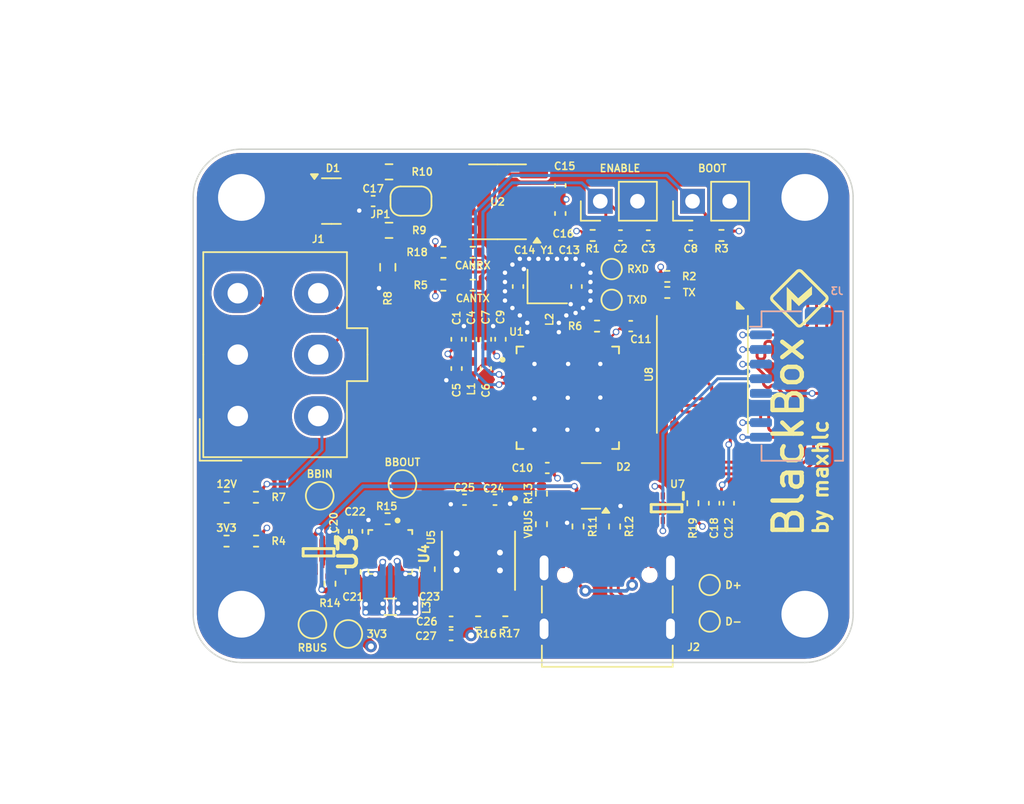
<source format=kicad_pcb>
(kicad_pcb (version 20240108) (generator "pcbnew") (generator_version "8.0")
  (layers (0 "F.Cu" signal) (1 "In1.Cu" signal) (2 "In2.Cu" signal) (31 "B.Cu" signal) (34 "B.Paste" user) (35 "F.Paste" user) (36 "B.SilkS" user "B.Silkscreen") (37 "F.SilkS" user "F.Silkscreen") (38 "B.Mask" user) (39 "F.Mask" user) (44 "Edge.Cuts" user))
  (net 0 "")
  (net 1 "GND")
  (net 2 "+3V3")
  (net 3 "VBUS")
  (net 4 "RBUS_uC_V")
  (net 5 "/Power/BBIN")
  (net 6 "/Power/BIAS")
  (net 7 "/Power/BBOUT")
  (net 8 "/Power/LX1")
  (net 9 "/Power/LX2")
  (net 10 "/Power/SEL")
  (net 11 "/Power/FBIn")
  (net 12 "Net-(U3-ST)")
  (net 18 "Net-(3V3LED1-A)")
  (net 19 "Net-(12VLED1-A)")
  (net 20 "/BOOT")
  (net 21 "/CHIP_PU")
  (net 22 "/NAND_3V3")
  (net 23 "Net-(U1-XTAL_N)")
  (net 24 "Net-(C14-Pad1)")
  (net 25 "Net-(JP1-B)")
  (net 26 "Net-(CRXLED1-A)")
  (net 27 "/CAN_RX")
  (net 28 "Net-(CTXLED1-A)")
  (net 29 "/CAN_TX")
  (net 30 "/CAN-")
  (net 31 "/CAN+")
  (net 32 "/Data+")
  (net 33 "/Data-")
  (net 35 "Net-(J2-CC2)")
  (net 37 "Net-(J2-CC1)")
  (net 38 "/CAN-BUS/Vref")
  (net 39 "Net-(TXLED1-A)")
  (net 40 "/TXD")
  (net 41 "+12V")
  (net 42 "Net-(U2-Rs)")
  (net 43 "Net-(USBLED1-A)")
  (net 44 "Net-(U7-ST)")
  (net 45 "/RXD")
  (net 50 "/NAND_SD1")
  (net 57 "/NAND_SD0")
  (net 66 "/NAND_SD3")
  (net 67 "/NAND_CLK")
  (net 69 "/NAND_SD2")
  (net 73 "/NAND_CMD")
  (net 74 "/HEADER_3V3")
  (net 76 "Net-(C6-Pad1)")
  (net 77 "Net-(U1-XTAL_P)")
  (net 78 "Net-(U1-U0TXD{slash}PROG{slash}GPIO43)")
  (footprint "Resistor_SMD:R_0402_1005Metric" (layer "F.Cu") (at 107.925 71.59 -90)
    (property "Reference" "R12")
    (property "Value" "5.1k")
  )
  (footprint "Package_LGA:LGA-8_8x6mm_P1.27mm" (layer "F.Cu") (at 113.925 61.19 -90)
    (property "Reference" "U8")
    (property "Value" "~")
  )
  (footprint "Capacitor_SMD:C_0402_1005Metric" (layer "F.Cu") (at 99.125 58.79 90)
    (property "Reference" "C7")
    (property "Value" "1uF")
  )
  (footprint "Resistor_SMD:R_0402_1005Metric" (layer "F.Cu") (at 111.525 55.59)
    (property "Reference" "TX")
    (property "Value" "GREEN_LED")
  )
  (footprint "Resistor_SMD:R_0402_1005Metric" (layer "F.Cu") (at 100.459173 78.111882)
    (property "Reference" "R17")
    (property "Value" "10k")
  )
  (footprint "Capacitor_SMD:C_0402_1005Metric" (layer "F.Cu") (at 98.125 58.79 90)
    (property "Reference" "C4")
    (property "Value" "1uF")
  )
  (footprint "Inductor_SMD:L_0402_1005Metric" (layer "F.Cu") (at 98.125 60.79 -90)
    (property "Reference" "L1")
    (property "Value" "2.0nH")
  )
  (footprint "Resistor_SMD:R_0603_1608Metric" (layer "F.Cu") (at 92.51 51.34)
    (property "Reference" "R9")
    (property "Value" "60")
  )
  (footprint "Connector_PinHeader_2.54mm:PinHeader_1x02_P2.54mm_Vertical" (layer "F.Cu") (at 113.25 49.35 90)
    (property "Reference" "BOOT")
    (property "Value" "Conn_01x02_Male")
  )
  (footprint "Jumper:SolderJumper-2_P1.3mm_Open_RoundedPad1.0x1.5mm" (layer "F.Cu") (at 94.01 49.34 180)
    (property "Reference" "JP1")
    (property "Value" "TermJP")
  )
  (footprint "Resistor_SMD:R_0402_1005Metric" (layer "F.Cu") (at 102.925 71.435 90)
    (property "Reference" "VBUS")
    (property "Value" "WHITE_LED")
  )
  (footprint "Resistor_SMD:R_0402_1005Metric" (layer "F.Cu") (at 98.23 52.84 180)
    (property "Reference" "CANRX")
    (property "Value" "ORANGE_LED")
  )
  (footprint "iclr:QFN40P700X700X90-57N" (layer "F.Cu") (at 104.725 62.79)
    (property "Reference" "U1")
    (property "Value" "ESP32-S3")
  )
  (footprint "Resistor_SMD:R_0402_1005Metric" (layer "F.Cu") (at 98.23 55.09 180)
    (property "Reference" "CANTX")
    (property "Value" "GREEN_LED")
  )
  (footprint "Capacitor_SMD:C_0402_1005Metric" (layer "F.Cu") (at 99.125 60.79 -90)
    (property "Reference" "C6")
    (property "Value" "0.1uF")
  )
  (footprint "Package_TO_SOT_SMD:SOT-143" (layer "F.Cu") (at 106.325 68.815 180)
    (property "Reference" "D2")
    (property "Value" "SP0503BAHT")
  )
  (footprint "Capacitor_SMD:C_0402_1005Metric" (layer "F.Cu") (at 113.125 51.69 180)
    (property "Reference" "C8")
    (property "Value" "0.1uF")
  )
  (footprint "Resistor_SMD:R_0402_1005Metric" (layer "F.Cu") (at 96.22 55.09)
    (property "Reference" "R5")
    (property "Value" "1k")
  )
  (footprint "Capacitor_SMD:C_0402_1005Metric" (layer "F.Cu") (at 97.671888 69.761882 180)
    (property "Reference" "C25")
    (property "Value" "4.7uF")
  )
  (footprint "iclr:SOTFL50P160X60-8N" (layer "F.Cu") (at 87.691888 73.353882 -90)
    (property "Reference" "U3")
    (property "Value" "LM66200DRLR" (hide yes))
  )
  (footprint "MountingHole:MountingHole_3.2mm_M3_DIN965_Pad" (layer "F.Cu") (at 82.425 49.09)
    (property "Reference" "H1" (hide yes))
    (property "Value" "MountingHole_Pad")
  )
  (footprint "Inductor_SMD:L_0402_1005Metric" (layer "F.Cu") (at 102.725 57.4325 90)
    (property "Reference" "L2")
    (property "Value" "20nH")
  )
  (footprint "TestPoint:TestPoint_Pad_D1.5mm" (layer "F.Cu") (at 93.425 68.69)
    (property "Reference" "BBOUT")
    (property "Value" "TestPoint")
  )
  (footprint "Resistor_SMD:R_0402_1005Metric" (layer "F.Cu") (at 102.925 69.345 -90)
    (property "Reference" "R13")
    (property "Value" "5.1k")
  )
  (footprint "Capacitor_SMD:C_0402_1005Metric" (layer "F.Cu") (at 96.751888 79.021882)
    (property "Reference" "C27")
    (property "Value" "0.1uF")
  )
  (footprint "iclr:rae_logo_4mm" (layer "F.Cu") (at 120.549953 55.989857 90)
    (property "Reference" "G***" (hide yes))
    (property "Value" "LOGO" (hide yes))
  )
  (footprint "Capacitor_SMD:C_0402_1005Metric" (layer "F.Cu") (at 100.125 58.79 90)
    (property "Reference" "C9")
    (property "Value" "10nF")
  )
  (footprint "Capacitor_SMD:C_0402_1005Metric" (layer "F.Cu") (at 97.125 58.79 90)
    (property "Reference" "C1")
    (property "Value" "10uF")
  )
  (footprint "Resistor_SMD:R_0402_1005Metric" (layer "F.Cu") (at 83.425 72.59)
    (property "Reference" "R4")
    (property "Value" "470")
  )
  (footprint "Connector_USB:USB_C_Receptacle_Palconn_UTC16-G" (layer "F.Cu") (at 107.425 76.35)
    (property "Reference" "J2")
    (property "Value" "USB_C_Receptacle_USB2.0")
  )
  (footprint "Package_SO:SOIC-8_3.9x4.9mm_P1.27mm" (layer "F.Cu") (at 99.925 49.39 180)
    (property "Reference" "U2")
    (property "Value" "SN65HVD230")
  )
  (footprint "Capacitor_SMD:C_0402_1005Metric" (layer "F.Cu") (at 114.725 70.002 -90)
    (property "Reference" "C18")
    (property "Value" "0.1uF")
  )
  (footprint "iclr:SOTFL50P160X60-8N" (layer "F.Cu") (at 111.475 70.34 -90)
    (property "Reference" "U7")
    (property "Value" "LM66200DRLR" (hide yes))
  )
  (footprint "MountingHole:MountingHole_3.2mm_M3_DIN965_Pad" (layer "F.Cu") (at 120.925 49.09)
    (property "Reference" "H2" (hide yes))
    (property "Value" "MountingHole_Pad")
  )
  (footprint "Capacitor_SMD:C_0603_1608Metric" (layer "F.Cu") (at 95.126888 74.511882 -90)
    (property "Reference" "C23")
    (property "Value" "22uF")
  )
  (footprint "Resistor_SMD:R_0402_1005Metric" (layer "F.Cu") (at 88.471888 75.503882 90)
    (property "Reference" "R14")
    (property "Value" "10k")
  )
  (footprint "TestPoint:TestPoint_Pad_D1.0mm" (layer "F.Cu") (at 114.425 78.09)
    (property "Reference" "D-")
    (property "Value" "TestPoint")
  )
  (footprint "Capacitor_SMD:C_0402_1005Metric" (layer "F.Cu") (at 104.215 48.27 90)
    (property "Reference" "C15")
    (property "Value" "100nF")
  )
  (footprint "TestPoint:TestPoint_Pad_D1.5mm" (layer "F.Cu") (at 89.725 78.94)
    (property "Reference" "3V3")
    (property "Value" "TestPoint")
  )
  (footprint "Capacitor_SMD:C_0402_1005Metric" (layer "F.Cu") (at 89.411888 71.921882 90)
    (property "Reference" "C20")
    (property "Value" "10uF")
  )
  (footprint "Resistor_SMD:R_0402_1005Metric" (layer "F.Cu") (at 115.225 51.69 180)
    (property "Reference" "R3")
    (property "Value" "10K")
  )
  (footprint "Capacitor_SMD:C_0402_1005Metric" (layer "F.Cu") (at 104.215 50.19 -90)
    (property "Reference" "C16")
    (property "Value" "10uF")
  )
  (footprint "Connector_PinHeader_2.54mm:PinHeader_1x02_P2.54mm_Vertical" (layer "F.Cu") (at 106.945 49.35 90)
    (property "Reference" "ENABLE")
    (property "Value" "Conn_01x02_Male")
  )
  (footprint "Resistor_SMD:R_0402_1005Metric" (layer "F.Cu") (at 111.525 54.49)
    (property "Reference" "R2")
    (property "Value" "470")
  )
  (footprint "MountingHole:MountingHole_3.2mm_M3_DIN965_Pad" (layer "F.Cu") (at 82.425 77.59)
    (property "Reference" "H4" (hide yes))
    (property "Value" "MountingHole_Pad")
  )
  (footprint "Resistor_SMD:R_0402_1005Metric" (layer "F.Cu") (at 106.425 51.69)
    (property "Reference" "R1")
    (property "Value" "10K")
  )
  (footprint "Resistor_SMD:R_0402_1005Metric" (layer "F.Cu") (at 113.275 70.002 -90)
    (property "Reference" "R19")
    (property "Value" "10K")
  )
  (footprint "Capacitor_SMD:C_0402_1005Metric" (layer "F.Cu") (at 103.325 67.59 180)
    (property "Reference" "C10")
    (property "Value" "0.1uF")
  )
  (footprint "Resistor_SMD:R_0402_1005Metric" (layer "F.Cu") (at 105.425 71.59 90)
    (property "Reference" "R11")
    (property "Value" "5.1k")
  )
  (footprint "Resistor_SMD:R_0402_1005Metric" (layer "F.Cu") (at 98.599173 78.111882)
    (property "Reference" "R16")
    (property "Value" "56k")
  )
  (footprint "Resistor_SMD:R_0402_1005Metric" (layer "F.Cu") (at 106.725 57.89 180)
    (property "Reference" "R6")
    (property "Value" "499R")
  )
  (footprint "Resistor_SMD:R_0402_1005Metric" (layer "F.Cu") (at 92.411888 71.061882 180)
    (property "Reference" "R15")
    (property "Value" "14k")
  )
  (footprint "Capacitor_SMD:C_0402_1005Metric" (layer "F.Cu") (at 105.325 55.1825 -90)
    (property "Reference" "C13")
    (property "Value" "11pF")
  )
  (footprint "MountingHole:MountingHole_3.2mm_M3_DIN965_Pad" (layer "F.Cu") (at 120.925 77.59)
    (property "Reference" "H3" (hide yes))
    (property "Value" "MountingHole_Pad")
  )
  (footprint "Package_TO_SOT_SMD:SOT-23" (layer "F.Cu") (at 88.5725 49.34)
    (property "Reference" "D1")
    (property "Value" "SM712_SOT23")
  )
  (footprint "Capacitor_SMD:C_0402_1005Metric" (layer "F.Cu") (at 99.751396 69.765696)
    (property "Reference" "C24")
    (property "Value" "10uF")
  )
  (footprint "TestPoint:TestPoint_Pad_D1.0mm" (layer "F.Cu") (at 107.725 53.99)
    (property "Reference" "RXD")
    (property "Value" "TestPoint")
  )
  (footprint "Resistor_SMD:R_0603_1608Metric" (layer "F.Cu") (at 92.51 47.34 180)
    (property "Reference" "R10")
    (property "Value" "60")
  )
  (footprint "Resistor_SMD:R_0402_1005Metric" (layer "F.Cu") (at 96.23 52.84)
    (property "Reference" "R18")
    (property "Value" "1k")
  )
  (footprint "iclr:SOIC127P599X175-9N" (layer "F.Cu") (at 98.621396 73.930696 -90)
    (property "Reference" "U5")
    (property "Value" "SC4215ASTRT")
  )
  (footprint "Capacitor_SMD:C_0402_1005Metric" (layer "F.Cu") (at 108.325 51.69)
    (property "Reference" "C2")
    (property "Value" "1uF")
  )
  (footprint "Resistor_SMD:R_0402_1005Metric" (layer "F.Cu") (at 81.405 72.59)
    (property "Reference" "3V3")
    (property "Value" "BLUE_LED")
  )
  (footprint "Capacitor_SMD:C_0402_1005Metric" (layer "F.Cu") (at 96.751888 78.101882)
    (property "Reference" "C26")
    (property "Value" "10uF")
  )
  (footprint "Capacitor_SMD:C_0402_1005Metric" (layer "F.Cu") (at 91.425 49.34 180)
    (property "Reference" "C17")
    (property "Value" "47nF")
  )
  (footprint "Capacitor_SMD:C_0402_1005Metric" (layer "F.Cu") (at 97.125 60.79 -90)
    (property "Reference" "C5")
    (property "Value" "0.1uF")
  )
  (footprint "Resistor_SMD:R_0402_1005Metric" (layer "F.Cu") (at 83.415 69.59 180)
    (property "Reference" "R7")
    (property "Value" "3k")
  )
  (footprint "Resistor_SMD:R_0603_1608Metric" (layer "F.Cu") (at 92.425 53.865 -90)
    (property "Reference" "R8")
    (property "Value" "0")
  )
  (footprint "iclr:CONV_MAX77827AEFD+T" (layer "F.Cu") (at 92.594814 73.331882 -90)
    (property "Reference" "U4")
    (property "Value" "MAX77827AEFD+T")
  )
  (footprint "TestPoint:TestPoint_Pad_D1.5mm" (layer "F.Cu") (at 87.775 69.49)
    (property "Reference" "BBIN")
    (property "Value" "TestPoint")
  )
  (footprint "Capacitor_SMD:C_0402_1005Metric" (layer "F.Cu") (at 110.225 51.69)
    (property "Reference" "C3")
    (property "Value" "0.1uF")
  )
  (footprint "Capacitor_SMD:C_0402_1005Metric" (layer "F.Cu") (at 109.025 57.89)
    (property "Reference" "C11")
    (property "Value" "0.1uF")
  )
  (footprint "TestPoint:TestPoint_Pad_D1.5mm" (layer "F.Cu") (at 87.275 78.29)
    (property "Reference" "RBUS")
    (property "Value" "TestPoint")
  )
  (footprint "Capacitor_SMD:C_0603_1608Metric" (layer "F.Cu") (at 90.056265 74.699738 -90)
    (property "Reference" "C21")
    (property "Value" "10uF")
  )
  (footprint "TestPoint:TestPoint_Pad_D1.0mm" (layer "F.Cu") (at 107.725 56.09)
    (property "Reference" "TXD")
    (property "Value" "TestPoint")
  )
  (footprint "TestPoint:TestPoint_Pad_D1.0mm" (layer "F.Cu") (at 114.425 75.59)
    (property "Reference" "D+")
    (property "Value" "TestPoint")
  )
  (footprint "Capacitor_SMD:C_0402_1005Metric" (layer "F.Cu") (at 90.331888 71.921882 90)
    (property "Reference" "C22")
    (property "Value" "1uF")
  )
  (footprint "Inductor_SMD:L_0805_2012Metric" (layer "F.Cu") (at 92.599454 77.079843)
    (property "Reference" "L3")
    (property "Value" "1uH")
  )
  (footprint "Connector_Molex:Molex_Mini-Fit_Jr_5566-06A_2x03_P4.20mm_Vertical" (layer "F.Cu") (at 82.175 64.04 90)
    (property "Reference" "J1")
    (property "Value" "RBUS")
  )
  (footprint "Resistor_SMD:R_0402_1005Metric" (layer "F.Cu") (at 81.415 69.59)
    (property "Reference" "12V")
    (property "Value" "RED_LED")
  )
  (footprint "Crystal:Crystal_SMD_2016-4Pin_2.0x1.6mm" (layer "F.Cu") (at 103.325 55.1825)
    (property "Reference" "Y1")
    (property "Value" "R940000171")
  )
  (footprint "Capacitor_SMD:C_0402_1005Metric" (layer "F.Cu") (at 101.325 55.1825 90)
    (property "Reference" "C14")
    (property "Value" "11pF")
  )
  (footprint "Capacitor_SMD:C_0402_1005Metric" (layer "F.Cu") (at 115.725 70.002 -90)
    (property "Reference" "C12")
    (property "Value" "10uF")
  )
  (footprint "Connector_Molex:Molex_Pico-Clasp_202396-0807_1x08-1MP_P1.00mm_Horizontal" (layer "B.Cu") (at 119.95 61.9875 -90)
    (property "Reference" "J3")
    (property "Value" "Conn_01x08_Pin")
  )
  (gr_arc (start 79.125 49.09) (mid 80.091548 46.756548) (end 82.425 45.79) (stroke (width 0.1)) (layer "Edge.Cuts"))
  (gr_arc (start 82.425 80.89) (mid 80.091548 79.923452) (end 79.125 77.59) (stroke (width 0.1)) (layer "Edge.Cuts"))
  (gr_arc (start 120.925 45.79) (mid 123.222842 46.721472) (end 124.223486 48.990046) (stroke (width 0.1)) (layer "Edge.Cuts"))
  (gr_arc (start 124.223486 77.490046) (mid 123.293528 79.887842) (end 120.925 80.89) (stroke (width 0.1)) (layer "Edge.Cuts"))
  (gr_line (start 124.223486 77.490046) (end 124.223486 48.990046) (stroke (width 0.1)) (layer "Edge.Cuts"))
  (gr_line (start 79.125 49.09) (end 79.125 77.59) (stroke (width 0.1)) (layer "Edge.Cuts"))
  (gr_line (start 82.425 80.89) (end 120.925 80.89) (stroke (width 0.1)) (layer "Edge.Cuts"))
  (gr_line (start 120.925 45.79) (end 82.425 45.79) (stroke (width 0.1)) (layer "Edge.Cuts"))
  (gr_text "BlackBox" (at 120.975 72.489857 90) (layer "F.SilkS") (effects (font (size 2 2) (thickness 0.3)) (justify left bottom)))
  (gr_text "by maxhlc" (at 121.425 72.239857 90) (layer "F.SilkS") (effects (font (size 1 1) (thickness 0.2) (bold yes)) (justify left top)))
  (segment (start 95.122888 75.752882) (end 95.126888 75.748882) (width 0.8) (layer "F.Cu") (net 1))
  (segment (start 92.592593 74.431272) (end 92.592593 75.563047) (width 0.36) (layer "F.Cu") (net 1))
  (segment (start 105.325 56.09) (end 105.325 55.6625) (width 0.2) (layer "F.Cu") (net 1))
  (segment (start 102.625 54.6325) (end 102.625 54.19) (width 0.2) (layer "F.Cu") (net 1))
  (segment (start 109.965 49.83) (end 109.485 49.35) (width 0.2) (layer "F.Cu") (net 1))
  (segment (start 104.025 56.19) (end 104.025 55.7325) (width 0.2) (layer "F.Cu") (net 1))
  (segment (start 105.025 56.39) (end 105.325 56.09) (width 0.2) (layer "F.Cu") (net 1))
  (segment (start 106.949 60.476) (end 107.049 60.476) (width 0.2) (layer "F.Cu") (net 1))
  (segment (start 102.625 54.19) (end 102.425 53.99) (width 0.2) (layer "F.Cu") (net 1))
  (segment (start 90.004425 75.752882) (end 95.122888 75.752882) (width 0.8) (layer "F.Cu") (net 1))
  (segment (start 104.225 56.39) (end 104.025 56.19) (width 0.2) (layer "F.Cu") (net 1))
  (segment (start 92.594814 75.563657) (end 92.586589 75.571882) (width 0.25) (layer "F.Cu") (net 1))
  (segment (start 95.126888 75.748882) (end 95.126888 75.286882) (width 0.8) (layer "F.Cu") (net 1))
  (segment (start 101.625 53.99) (end 101.725 53.99) (width 0.2) (layer "F.Cu") (net 1))
  (segment (start 101.325 54.29) (end 101.625 53.99) (width 0.2) (layer "F.Cu") (net 1))
  (segment (start 101.325 54.7025) (end 101.325 54.29) (width 0.2) (layer "F.Cu") (net 1))
  (segment (start 102.425 53.99) (end 101.725 53.99) (width 0.2) (layer "F.Cu") (net 1))
  (segment (start 88.441888 72.515882) (end 88.441888 71.936882) (width 0.25) (layer "F.Cu") (net 1))
  (segment (start 104.925 56.39) (end 105.025 56.39) (width 0.2) (layer "F.Cu") (net 1))
  (segment (start 104.925 56.39) (end 104.225 56.39) (width 0.2) (layer "F.Cu") (net 1))
  (segment (start 97.191888 69.761882) (end 97.041888 69.761882) (width 0.2) (layer "F.Cu") (net 1))
  (via (at 91.103888 71.150882) (size 0.6) (drill 0.3) (layers "F.Cu" "B.Cu") (net 1))
  (via (at 106.949 62.776) (size 0.45) (drill 0.3) (layers "F.Cu" "B.Cu") (net 1))
  (via (at 104.116 58.3015) (size 0.45) (drill 0.3) (layers "F.Cu" "B.Cu") (net 1))
  (via (at 96.731888 70.071882) (size 0.45) (drill 0.3) (layers "F.Cu" "B.Cu") (net 1))
  (via (at 97.131396 74.565696) (size 0.8) (drill 0.4) (layers "F.Cu" "B.Cu") (net 1))
  (via (at 100.941 53.6825) (size 0.45) (drill 0.3) (layers "F.Cu" "B.Cu") (net 1))
  (via (at 100.783351 70.04) (size 0.45) (drill 0.3) (layers "F.Cu" "B.Cu") (net 1))
  (via (at 106.275 56.1425) (size 0.45) (drill 0.3) (layers "F.Cu" "B.Cu") (net 1))
  (via (at 103.354 53.29) (size 0.45) (drill 0.3) (layers "F.Cu" "B.Cu") (net 1))
  (via (at 102.084 53.29) (size 0.45) (drill 0.3) (layers "F.Cu" "B.Cu") (net 1))
  (via (at 102.449 60.476) (size 0.45) (drill 0.3) (layers "F.Cu" "B.Cu") (net 1))
  (via (at 105.767 56.6505) (size 0.45) (drill 0.3) (layers "F.Cu" "B.Cu") (net 1))
  (via (at 100.091396 74.595696) (size 0.8) (drill 0.4) (layers "F.Cu" "B.Cu") (net 1))
  (via (at 105.259 53.29) (size 0.45) (drill 0.3) (layers "F.Cu" "B.Cu") (net 1))
  (via (at 104.749 60.476) (size 0.45) (drill 0.3) (layers "F.Cu" "B.Cu") (net 1))
  (via (at 101.957 58.3015) (size 0.45) (drill 0.3) (layers "F.Cu" "B.Cu") (net 1))
  (via (at 106.949 60.476) (size 0.45) (drill 0.3) (layers "F.Cu" "B.Cu") (net 1))
  (via (at 90.475 49.99) (size 0.45) (drill 0.3) (layers "F.Cu" "B.Cu") (net 1))
  (via (at 101.449 57.1585) (size 0.45) (drill 0.3) (layers "F.Cu" "B.Cu") (net 1))
  (via (at 104.675 71.34) (size 0.45) (drill 0.3) (layers "F.Cu" "B.Cu") (net 1))
  (via (at 102.719 53.29) (size 0.45) (drill 0.3) (layers "F.Cu" "B.Cu") (net 1))
  (via (at 104.925 56.39) (size 0.45) (drill 0.3) (layers "F.Cu" "B.Cu") (net 1))
  (via (at 104.624 53.29) (size 0.45) (drill 0.3) (layers "F.Cu" "B.Cu") (net 1))
  (via (at 105.767 53.6825) (size 0.45) (drill 0.3) (layers "F.Cu" "B.Cu") (net 1))
  (via (at 100.091396 73.375696) (size 0.8) (drill 0.4) (layers "F.Cu" "B.Cu") (net 1))
  (via (at 102.449 62.826) (size 0.45) (drill 0.3) (layers "F.Cu" "B.Cu") (net 1))
  (via (at 97.625 57.89) (size 0.45) (drill 0.3) (layers "F.Cu" "B.Cu") (net 1))
  (via (at 101.725 53.99) (size 0.45) (drill 0.3) (layers "F.Cu" "B.Cu") (net 1))
  (via (at 100.941 56.6505) (size 0.45) (drill 0.3) (layers "F.Cu" "B.Cu") (net 1))
  (via (at 105.259 56.99) (size 0.45) (drill 0.3) (layers "F.Cu" "B.Cu") (net 1))
  (via (at 100.433 55.5075) (size 0.45) (drill 0.3) (layers "F.Cu" "B.Cu") (net 1))
  (via (at 106.275 54.2375) (size 0.45) (drill 0.3) (layers "F.Cu" "B.Cu") (net 1))
  (via (at 100.433 54.2375) (size 0.45) (drill 0.3) (layers "F.Cu" "B.Cu") (net 1))
  (via (at 102.449 64.976) (size 0.45) (drill 0.3) (layers "F.Cu" "B.Cu") (net 1))
  (via (at 97.131396 74.565696) (size 0.8) (drill 0.4) (layers "F.Cu" "B.Cu") (net 1))
  (via (at 104.116 57.6665) (size 0.45) (drill 0.3) (layers "F.Cu" "B.Cu") (net 1))
  (via (at 106.275 54.8725) (size 0.45) (drill 0.3) (layers "F.Cu" "B.Cu") (net 1))
  (via (at 100.433 56.1425) (size 0.45) (drill 0.3) (layers "F.Cu" "B.Cu") (net 1))
  (via (at 100.433 54.8725) (size 0.45) (drill 0.3) (layers "F.Cu" "B.Cu") (net 1))
  (via (at 99.625 57.89) (size 0.45) (drill 0.3) (layers "F.Cu" "B.Cu") (net 1))
  (via (at 106.275 55.5075) (size 0.45) (drill 0.3) (layers "F.Cu" "B.Cu") (net 1))
  (via (at 88.441888 71.936882) (size 0.45) (drill 0.3) (layers "F.Cu" "B.Cu") (net 1))
  (via (at 108.325 70.19) (size 0.45) (drill 0.3) (layers "F.Cu" "B.Cu") (net 1))
  (via (at 91.825 55.29) (size 0.45) (drill 0.3) (layers "F.Cu" "B.Cu") (net 1))
  (via (at 101.449 53.29) (size 0.45) (drill 0.3) (layers "F.Cu" "B.Cu") (net 1))
  (via (at 104.699 64.976) (size 0.45) (drill 0.3) (layers "F.Cu" "B.Cu") (net 1))
  (via (at 97.131396 73.425696) (size 0.8) (drill 0.4) (layers "F.Cu" "B.Cu") (net 1))
  (via (at 106.749 64.976) (size 0.45) (drill 0.3) (layers "F.Cu" "B.Cu") (net 1))
  (via (at 104.725 62.79) (size 0.45) (drill 0.3) (layers "F.Cu" "B.Cu") (net 1))
  (via (at 104.624 57.1585) (size 0.45) (drill 0.3) (layers "F.Cu" "B.Cu") (net 1))
  (via (at 101.957 57.6665) (size 0.45) (drill 0.3) (layers "F.Cu" "B.Cu") (net 1))
  (via (at 96.425 61.59) (size 0.45) (drill 0.3) (layers "F.Cu" "B.Cu") (net 1))
  (via (at 103.989 53.29) (size 0.45) (drill 0.3) (layers "F.Cu" "B.Cu") (net 1))
  (segment (start 102.05 59.27) (end 100.125 59.27) (width 0.2) (layer "F.Cu") (net 2))
  (segment (start 116.035 51.39) (end 115.735 51.69) (width 0.2) (layer "F.Cu") (net 2))
  (segment (start 105.615 51.39) (end 105.915 51.69) (width 0.15) (layer "F.Cu") (net 2))
  (segment (start 116.425 51.39) (end 116.035 51.39) (width 0.2) (layer "F.Cu") (net 2))
  (segment (start 95.675 55.125) (end 95.71 55.09) (width 0.2) (layer "F.Cu") (net 2))
  (segment (start 103.805 68.07) (end 103.805 67.54) (width 0.2) (layer "F.Cu") (net 2))
  (segment (start 103.805 67.59) (end 104.125 67.27) (width 0.2) (layer "F.Cu") (net 2))
  (segment (start 111.0005 68.84) (end 110.675 68.84) (width 0.2) (layer "F.Cu") (net 2))
  (segment (start 95.675 55.84) (end 95.675 55.125) (width 0.2) (layer "F.Cu") (net 2))
  (segment (start 97.125 60.31) (end 98.12 60.31) (width 0.2) (layer "F.Cu") (net 2))
  (segment (start 104.125 67.27) (end 104.125 66.235) (width 0.2) (layer "F.Cu") (net 2))
  (segment (start 95.675 52.09) (end 95.675 52.795) (width 0.2) (layer "F.Cu") (net 2))
  (segment (start 99.875 59.94) (end 99.675 59.74) (width 0.2) (layer "F.Cu") (net 2))
  (segment (start 106.325 58.59) (end 107.425 58.59) (width 0.15) (layer "F.Cu") (net 2))
  (segment (start 108.545 57.89) (end 108.425 57.89) (width 0.2) (layer "F.Cu") (net 2))
  (segment (start 99.125 59.27) (end 99.675 59.27) (width 0.2) (layer "F.Cu") (net 2))
  (segment (start 90.425 78.94) (end 91.275 79.79) (width 0.8) (layer "F.Cu") (net 2))
  (segment (start 98.125 59.27) (end 97.125 59.27) (width 0.2) (layer "F.Cu") (net 2))
  (segment (start 104.025 68.29) (end 103.805 68.07) (width 0.2) (layer "F.Cu") (net 2))
  (segment (start 106.125 59.345) (end 106.125 58.79) (width 0.15) (layer "F.Cu") (net 2))
  (segment (start 89.725 78.94) (end 90.425 78.94) (width 0.8) (layer "F.Cu") (net 2))
  (segment (start 113.275 70.94) (end 113.925 71.59) (width 0.2) (layer "F.Cu") (net 2))
  (segment (start 102.525 59.345) (end 102.125 59.345) (width 0.2) (layer "F.Cu") (net 2))
  (segment (start 111.225 69.502) (end 111.225 69.0645) (width 0.2) (layer "F.Cu") (net 2))
  (segment (start 99.675 59.27) (end 100.125 59.27) (width 0.2) (layer "F.Cu") (net 2))
  (segment (start 97.125 60.31) (end 97.045 60.31) (width 0.2) (layer "F.Cu") (net 2))
  (segment (start 105.915 51.69) (end 105.725 51.69) (width 0.15) (layer "F.Cu") (net 2))
  (segment (start 84.165 71.69) (end 83.935 71.92) (width 0.2) (layer "F.Cu") (net 2))
  (segment (start 107.725 58.59) (end 107.425 58.59) (width 0.15) (layer "F.Cu") (net 2))
  (segment (start 111.225 69.0645) (end 111.0005 68.84) (width 0.2) (layer "F.Cu") (net 2))
  (segment (start 98.12 60.31) (end 98.125 60.305) (width 0.2) (layer "F.Cu") (net 2))
  (segment (start 111.075 53.84) (end 111.075 54.43) (width 0.2) (layer "F.Cu") (net 2))
  (segment (start 105.325 51.39) (end 105.615 51.39) (width 0.15) (layer "F.Cu") (net 2))
  (segment (start 95.675 52.795) (end 95.72 52.84) (width 0.2) (layer "F.Cu") (net 2))
  (segment (start 83.935 71.92) (end 83.935 72.59) (width 0.2) (layer "F.Cu") (net 2))
  (segment (start 108.425 57.89) (end 108.025 58.29) (width 0.15) (layer "F.Cu") (net 2))
  (segment (start 102.125 59.345) (end 102.05 59.27) (width 0.2) (layer "F.Cu") (net 2))
  (segment (start 113.275 70.512) (end 113.275 70.94) (width 0.2) (layer "F.Cu") (net 2))
  (segment (start 97.045 60.31) (end 96.525 59.79) (width 0.2) (layer "F.Cu") (net 2))
  (segment (start 99.675 59.74) (end 99.675 59.27) (width 0.2) (layer "F.Cu") (net 2))
  (segment (start 106.125 58.79) (end 106.325 58.59) (width 0.15) (layer "F.Cu") (net 2))
  (segment (start 97.125 59.27) (end 97.045 59.27) (width 0.2) (layer "F.Cu") (net 2))
  (segment (start 108.025 58.29) (end 107.725 58.59) (width 0.15) (layer "F.Cu") (net 2))
  (segment (start 97.986396 76.400696) (end 97.986396 78.009105) (width 0.9) (layer "F.Cu") (net 2))
  (segment (start 97.045 59.27) (end 96.525 59.79) (width 0.2) (layer "F.Cu") (net 2))
  (via (at 111.075 53.84) (size 0.45) (drill 0.3) (layers "F.Cu" "B.Cu") (net 2))
  (via (at 95.675 52.09) (size 0.45) (drill 0.3) (layers "F.Cu" "B.Cu") (net 2))
  (via (at 104.025 68.29) (size 0.45) (drill 0.3) (layers "F.Cu" "B.Cu") (net 2))
  (via (at 113.925 71.59) (size 0.45) (drill 0.3) (layers "F.Cu" "B.Cu") (net 2))
  (via (at 104.615 49.22) (size 0.45) (drill 0.3) (layers "F.Cu" "B.Cu") (net 2))
  (via (at 91.275 79.79) (size 0.8) (drill 0.4) (layers "F.Cu" "B.Cu") (net 2))
  (via (at 96.525 59.79) (size 0.45) (drill 0.3) (layers "F.Cu" "B.Cu") (net 2))
  (via (at 108.025 58.29) (size 0.45) (drill 0.3) (layers "F.Cu" "B.Cu") (net 2))
  (via (at 98.116888 79.036882) (size 0.8) (drill 0.4) (layers "F.Cu" "B.Cu") (net 2))
  (via (at 110.675 68.84) (size 0.45) (drill 0.3) (layers "F.Cu" "B.Cu") (net 2))
  (via (at 95.675 55.84) (size 0.45) (drill 0.3) (layers "F.Cu" "B.Cu") (net 2))
  (via (at 116.425 51.39) (size 0.45) (drill 0.3) (layers "F.Cu" "B.Cu") (net 2))
  (via (at 99.875 59.94) (size 0.45) (drill 0.3) (layers "F.Cu" "B.Cu") (net 2))
  (via (at 84.165 71.69) (size 0.45) (drill 0.3) (layers "F.Cu" "B.Cu") (net 2))
  (via (at 105.325 51.39) (size 0.45) (drill 0.3) (layers "F.Cu" "B.Cu") (net 2))
  (segment (start 104.75 69.765) (end 105.325 69.765) (width 0.25) (layer "F.Cu") (net 3))
  (segment (start 105.175 68.84) (end 105.325 68.99) (width 0.25) (layer "F.Cu") (net 3))
  (segment (start 104.146 70.369) (end 104.75 69.765) (width 0.25) (layer "F.Cu") (net 3))
  (segment (start 109.825 73.84) (end 109.661 74.004) (width 0.2) (layer "F.Cu") (net 3))
  (segment (start 105.25 75.315) (end 105.25 74.065) (width 0.25) (layer "F.Cu") (net 3))
  (segment (start 104.146 72.061) (end 104.146 70.369) (width 0.25) (layer "F.Cu") (net 3))
  (segment (start 109.125 75.59) (end 109.125 75.129749) (width 0.25) (layer "F.Cu") (net 3))
  (segment (start 88.471888 76.013882) (end 88.529888 76.013882) (width 0.25) (layer "F.Cu") (net 3))
  (segment (start 105.025 72.94) (end 104.146 72.061) (width 0.25) (layer "F.Cu") (net 3))
  (segment (start 88.471888 76.013882) (end 88.018888 76.013882) (width 0.25) (layer "F.Cu") (net 3))
  (segment (start 105.175 68.84) (end 102.93 68.84) (width 0.25) (layer "F.Cu") (net 3))
  (segment (start 105.925 75.99) (end 105.25 75.315) (width 0.25) (layer "F.Cu") (net 3))
  (segment (start 109.125 75.129749) (end 109.825 74.429749) (width 0.25) (layer "F.Cu") (net 3))
  (segment (start 105.025 73.84) (end 105.025 72.94) (width 0.25) (layer "F.Cu") (net 3))
  (segment (start 109.825 74.429749) (end 109.825 73.84) (width 0.25) (layer "F.Cu") (net 3))
  (segment (start 87.441888 72.128799) (end 87.441888 72.362613) (width 0.25) (layer "F.Cu") (net 3))
  (segment (start 88.018888 76.013882) (end 87.906888 75.901882) (width 0.25) (layer "F.Cu") (net 3))
  (segment (start 105.25 74.065) (end 105.025 73.84) (width 0.25) (layer "F.Cu") (net 3))
  (segment (start 102.93 68.84) (end 102.925 68.835) (width 0.25) (layer "F.Cu") (net 3))
  (segment (start 105.325 68.99) (end 105.325 69.765) (width 0.25) (layer "F.Cu") (net 3))
  (segment (start 87.441888 72.128799) (end 87.683972 71.886715) (width 0.25) (layer "F.Cu") (net 3))
  (via (at 87.683972 71.886715) (size 0.45) (drill 0.3) (layers "F.Cu" "B.Cu") (net 3))
  (via (at 87.906888 75.901882) (size 0.45) (drill 0.3) (layers "F.Cu" "B.Cu") (net 3))
  (via (at 105.925 75.99) (size 0.8) (drill 0.4) (layers "F.Cu" "B.Cu") (net 3))
  (via (at 109.125 75.59) (size 0.8) (drill 0.4) (layers "F.Cu" "B.Cu") (net 3))
  (via (at 105.175 68.84) (size 0.45) (drill 0.3) (layers "F.Cu" "B.Cu") (net 3))
  (segment (start 105.925 75.99) (end 108.725 75.99) (width 0.25) (layer "B.Cu") (net 3))
  (segment (start 90.730687 68.84) (end 87.683972 71.886715) (width 0.25) (layer "B.Cu") (net 3))
  (segment (start 108.725 75.99) (end 109.125 75.59) (width 0.25) (layer "B.Cu") (net 3))
  (segment (start 87.901888 75.896882) (end 87.901888 72.104631) (width 0.25) (layer "B.Cu") (net 3))
  (segment (start 87.901888 72.104631) (end 87.683972 71.886715) (width 0.25) (layer "B.Cu") (net 3))
  (segment (start 87.906888 75.901882) (end 87.901888 75.896882) (width 0.25) (layer "B.Cu") (net 3))
  (segment (start 105.925 76.019) (end 105.925 75.99) (width 0.25) (layer "B.Cu") (net 3))
  (segment (start 105.175 68.84) (end 90.730687 68.84) (width 0.25) (layer "B.Cu") (net 3))
  (segment (start 86.495778 75.769222) (end 86.502048 75.769222) (width 0.4) (layer "F.Cu") (net 4))
  (segment (start 86.495778 75.769222) (end 85.225 74.498444) (width 0.5) (layer "F.Cu") (net 4))
  (segment (start 87.441888 74.829382) (end 87.441888 74.191882) (width 0.4) (layer "F.Cu") (net 4))
  (segment (start 87.275 76.548444) (end 87.275 77.94) (width 0.5) (layer "F.Cu") (net 4))
  (segment (start 85.225 74.498444) (end 85.225 57.59) (width 0.5) (layer "F.Cu") (net 4))
  (segment (start 83.275 55.64) (end 82.175 55.64) (width 0.5) (layer "F.Cu") (net 4))
  (segment (start 86.495778 75.769222) (end 87.275 76.548444) (width 0.5) (layer "F.Cu") (net 4))
  (segment (start 86.502048 75.769222) (end 87.441888 74.829382) (width 0.4) (layer "F.Cu") (net 4))
  (segment (start 85.225 57.59) (end 83.275 55.64) (width 0.5) (layer "F.Cu") (net 4))
  (segment (start 92.094814 72.031882) (end 92.094814 73.099255) (width 0.2) (layer "F.Cu") (net 5))
  (segment (start 87.65527 73.39) (end 87.941888 73.103382) (width 0.4) (layer "F.Cu") (net 5))
  (segment (start 87.775 69.49) (end 86.441888 70.823112) (width 0.4) (layer "F.Cu") (net 5))
  (segment (start 87.941888 73.103382) (end 87.941888 72.515882) (width 0.4) (layer "F.Cu") (net 5))
  (segment (start 87.941888 72.515882) (end 87.941888 73.39) (width 0.25) (layer "F.Cu") (net 5))
  (segment (start 91.981888 73.371882) (end 91.93402 73.41975) (width 0.2) (layer "F.Cu") (net 5))
  (segment (start 87.941888 73.604382) (end 87.941888 73.914065) (width 0.4) (layer "F.Cu") (net 5))
  (segment (start 87.727506 73.39) (end 87.941888 73.604382) (width 0.4) (layer "F.Cu") (net 5))
  (segment (start 86.441888 70.823112) (end 86.441888 73.103382) (width 0.4) (layer "F.Cu") (net 5))
  (segment (start 87.941888 73.39) (end 87.941888 74.191882) (width 0.25) (layer "F.Cu") (net 5))
  (segment (start 86.728506 73.39) (end 87.727506 73.39) (width 0.4) (layer "F.Cu") (net 5))
  (segment (start 86.728506 73.39) (end 87.65527 73.39) (width 0.4) (layer "F.Cu") (net 5))
  (segment (start 86.441888 73.103382) (end 86.728506 73.39) (width 0.4) (layer "F.Cu") (net 5))
  (arc (start 91.93402 73.41975) (mid 91.699051 73.576751) (end 91.421888 73.631882) (width 0.2) (layer "F.Cu") (net 5))
  (arc (start 92.094814 73.099255) (mid 92.065465 73.2468) (end 91.981888 73.371882) (width 0.2) (layer "F.Cu") (net 5))
  (segment (start 90.331888 72.401882) (end 90.331888 72.495646) (width 0.25) (layer "F.Cu") (net 6))
  (segment (start 90.31377 72.513764) (end 90.890006 73.09) (width 0.31) (layer "F.Cu") (net 6))
  (segment (start 90.890006 73.09) (end 91.376696 73.09) (width 0.31) (layer "F.Cu") (net 6))
  (segment (start 90.331888 72.495646) (end 90.31377 72.513764) (width 0.25) (layer "F.Cu") (net 6))
  (segment (start 96.603284 68.486882) (end 97.485538 68.486882) (width 1.1) (layer "F.Cu") (net 7))
  (segment (start 95.126888 73.736882) (end 95.126888 69.878425) (width 1.1) (layer "F.Cu") (net 7))
  (segment (start 93.425 68.69) (end 95.270006 68.69) (width 0.8) (layer "F.Cu") (net 7))
  (segment (start 98.616888 69.618232) (end 98.616888 71.911882) (width 1.1) (layer "F.Cu") (net 7))
  (segment (start 95.270006 68.69) (end 95.516888 68.936882) (width 0.8) (layer "F.Cu") (net 7))
  (segment (start 99.256396 71.460696) (end 97.986396 71.460696) (width 0.25) (layer "F.Cu") (net 7))
  (arc (start 97.485538 68.486882) (mid 98.285523 68.818247) (end 98.616888 69.618232) (width 1.1) (layer "F.Cu") (net 7))
  (arc (start 95.126888 69.878425) (mid 95.228246 69.368866) (end 95.516888 68.936882) (width 1.1) (layer "F.Cu") (net 7))
  (arc (start 95.516888 68.936882) (mid 96.01533 68.603833) (end 96.603284 68.486882) (width 1.1) (layer "F.Cu") (net 7))
  (via (at 91.000383 74.864686) (size 0.45) (drill 0.3) (layers "F.Cu" "B.Cu") (net 8))
  (via (at 92.071478 76.877126) (size 0.45) (drill 0.3) (layers "F.Cu" "B.Cu") (net 8))
  (via (at 91.566565 74.86762) (size 0.45) (drill 0.3) (layers "F.Cu" "B.Cu") (net 8))
  (via (at 90.917849 76.898618) (size 0.45) (drill 0.3) (layers "F.Cu" "B.Cu") (net 8))
  (via (at 92.070131 77.452379) (size 0.45) (drill 0.3) (layers "F.Cu" "B.Cu") (net 8))
  (via (at 92.078702 74.02716) (size 0.45) (drill 0.3) (layers "F.Cu" "B.Cu") (net 8))
  (via (at 90.918438 77.45484) (size 0.45) (drill 0.3) (layers "F.Cu" "B.Cu") (net 8))
  (via (at 93.133579 77.445802) (size 0.45) (drill 0.3) (layers "F.Cu" "B.Cu") (net 9))
  (via (at 93.056888 73.961882) (size 0.45) (drill 0.3) (layers "F.Cu" "B.Cu") (net 9))
  (via (at 93.631888 74.841882) (size 0.45) (drill 0.3) (layers "F.Cu" "B.Cu") (net 9))
  (via (at 94.277065 77.45486) (size 0.45) (drill 0.3) (layers "F.Cu" "B.Cu") (net 9))
  (via (at 94.277065 76.861882) (size 0.45) (drill 0.3) (layers "F.Cu" "B.Cu") (net 9))
  (via (at 93.130675 76.861882) (size 0.45) (drill 0.3) (layers "F.Cu" "B.Cu") (net 9))
  (via (at 94.226145 74.860362) (size 0.45) (drill 0.3) (layers "F.Cu" "B.Cu") (net 9))
  (segment (start 93.094814 72.031882) (end 93.094814 71.479362) (width 0.2) (layer "F.Cu") (net 10))
  (arc (start 93.094814 71.479362) (mid 93.049872 71.253423) (end 92.921888 71.061882) (width 0.2) (layer "F.Cu") (net 10))
  (segment (start 99.109173 78.111882) (end 99.949173 78.111882) (width 0.5) (layer "F.Cu") (net 11))
  (segment (start 99.256396 77.964659) (end 99.109173 78.111882) (width 0.25) (layer "F.Cu") (net 11))
  (segment (start 99.256396 76.400696) (end 99.256396 77.964659) (width 0.5) (layer "F.Cu") (net 11))
  (segment (start 88.441888 74.191882) (end 88.441888 74.963882) (width 0.25) (layer "F.Cu") (net 12))
  (segment (start 88.441888 74.963882) (end 88.471888 74.993882) (width 0.25) (layer "F.Cu") (net 12))
  (segment (start 81.915 72.59) (end 82.915 72.59) (width 0.2) (layer "F.Cu") (net 18))
  (segment (start 81.925 69.59) (end 82.905 69.59) (width 0.2) (layer "F.Cu") (net 19))
  (segment (start 114.125 51.69) (end 114.715 51.69) (width 0.2) (layer "F.Cu") (net 20))
  (segment (start 114.125 51.69) (end 114.125 50.225) (width 0.2) (layer "F.Cu") (net 20))
  (segment (start 100.125 61.79) (end 100.025 61.89) (width 0.2) (layer "F.Cu") (net 20))
  (segment (start 101.28 61.79) (end 100.125 61.79) (width 0.2) (layer "F.Cu") (net 20))
  (segment (start 114.125 50.225) (end 113.25 49.35) (width 0.2) (layer "F.Cu") (net 20))
  (segment (start 113.605 51.69) (end 114.125 51.69) (width 0.2) (layer "F.Cu") (net 20))
  (via (at 100.025 61.89) (size 0.45) (drill 0.3) (layers "F.Cu" "B.Cu") (net 20))
  (segment (start 99.225 61.89) (end 100.025 61.89) (width 0.2) (layer "B.Cu") (net 20))
  (segment (start 98.425 61.09) (end 99.225 61.89) (width 0.2) (layer "B.Cu") (net 20))
  (segment (start 98.425 50.09) (end 98.425 61.09) (width 0.2) (layer "B.Cu") (net 20))
  (segment (start 100.925 47.59) (end 98.425 50.09) (width 0.2) (layer "B.Cu") (net 20))
  (segment (start 111.49 47.59) (end 100.925 47.59) (width 0.2) (layer "B.Cu") (net 20))
  (segment (start 113.25 49.35) (end 111.49 47.59) (width 0.2) (layer "B.Cu") (net 20))
  (segment (start 107.325 51.69) (end 107.845 51.69) (width 0.2) (layer "F.Cu") (net 21))
  (segment (start 109.745 51.69) (end 107.405 49.35) (width 0.2) (layer "F.Cu") (net 21))
  (segment (start 101.28 61.39) (end 100.225 61.39) (width 0.2) (layer "F.Cu") (net 21))
  (segment (start 107.325 49.73) (end 106.945 49.35) (width 0.2) (layer "F.Cu") (net 21))
  (segment (start 106.905 49.39) (end 106.945 49.35) (width 0.2) (layer "F.Cu") (net 21))
  (segment (start 107.325 51.69) (end 107.325 49.73) (width 0.2) (layer "F.Cu") (net 21))
  (segment (start 100.225 61.39) (end 100.025 61.19) (width 0.2) (layer "F.Cu") (net 21))
  (segment (start 106.935 51.69) (end 107.325 51.69) (width 0.2) (layer "F.Cu") (net 21))
  (segment (start 107.405 49.35) (end 106.945 49.35) (width 0.2) (layer "F.Cu") (net 21))
  (via (at 100.025 61.19) (size 0.45) (drill 0.3) (layers "F.Cu" "B.Cu") (net 21))
  (segment (start 105.685 48.09) (end 106.945 49.35) (width 0.2) (layer "B.Cu") (net 21))
  (segment (start 98.925 50.09) (end 100.925 48.09) (width 0.2) (layer "B.Cu") (net 21))
  (segment (start 99.525 61.19) (end 98.925 60.59) (width 0.2) (layer "B.Cu") (net 21))
  (segment (start 100.025 61.19) (end 99.525 61.19) (width 0.2) (layer "B.Cu") (net 21))
  (segment (start 100.925 48.09) (end 105.685 48.09) (width 0.2) (layer "B.Cu") (net 21))
  (segment (start 98.925 60.59) (end 98.925 50.09) (width 0.2) (layer "B.Cu") (net 21))
  (segment (start 115.225 69.522) (end 115.225 68.79) (width 0.2) (layer "F.Cu") (net 22))
  (segment (start 116.245 69.522) (end 115.725 69.522) (width 0.2) (layer "F.Cu") (net 22))
  (segment (start 116.475 71.752) (end 116.475 69.752) (width 0.2) (layer "F.Cu") (net 22))
  (segment (start 111.725 71.752) (end 112.225 72.252) (width 0.2) (layer "F.Cu") (net 22))
  (segment (start 115.83 65.885) (end 115.725 65.99) (width 0.2) (layer "F.Cu") (net 22))
  (segment (start 115.225 68.79) (end 115.275 68.74) (width 0.2) (layer "F.Cu") (net 22))
  (segment (start 115.83 64.94) (end 115.83 65.885) (width 0.2) (layer "F.Cu") (net 22))
  (segment (start 115.225 69.522) (end 115.725 69.522) (width 0.2) (layer "F.Cu") (net 22))
  (segment (start 111.725 69.502) (end 111.725 71.178) (width 0.2) (layer "F.Cu") (net 22))
  (segment (start 116.475 69.752) (end 116.245 69.522) (width 0.2) (layer "F.Cu") (net 22))
  (segment (start 115.975 72.252) (end 116.475 71.752) (width 0.2) (layer "F.Cu") (net 22))
  (segment (start 111.725 71.178) (end 111.725 71.752) (width 0.2) (layer "F.Cu") (net 22))
  (segment (start 112.225 72.252) (end 115.975 72.252) (width 0.2) (layer "F.Cu") (net 22))
  (segment (start 114.725 69.522) (end 115.225 69.522) (width 0.2) (layer "F.Cu") (net 22))
  (via (at 115.725 65.99) (size 0.45) (drill 0.3) (layers "F.Cu" "B.Cu") (net 22))
  (via (at 115.275 68.74) (size 0.45) (drill 0.3) (layers "F.Cu" "B.Cu") (net 22))
  (segment (start 115.725 65.99) (end 115.725 68.29) (width 0.2) (layer "B.Cu") (net 22))
  (segment (start 115.725 68.29) (end 115.275 68.74) (width 0.2) (layer "B.Cu") (net 22))
  (segment (start 103.375 54.6325) (end 103.325 54.6825) (width 0.2) (layer "F.Cu") (net 23))
  (segment (start 105.325 54.7025) (end 104.095 54.7025) (width 0.2) (layer "F.Cu") (net 23))
  (segment (start 105.205 54.6325) (end 105.275 54.7025) (width 0.2) (layer "F.Cu") (net 23))
  (segment (start 104.025 54.6325) (end 103.375 54.6325) (width 0.2) (layer "F.Cu") (net 23))
  (segment (start 104.095 54.7025) (end 104.025 54.6325) (width 0.2) (layer "F.Cu") (net 23))
  (segment (start 103.325 59.345) (end 103.328 59.342) (width 0.2) (layer "F.Cu") (net 23))
  (segment (start 103.325 59.2755) (end 103.325 54.6825) (width 0.2) (layer "F.Cu") (net 23))
  (segment (start 102.725 55.8325) (end 102.625 55.7325) (width 0.2) (layer "F.Cu") (net 24))
  (segment (start 101.325 55.6625) (end 102.555 55.6625) (width 0.2) (layer "F.Cu") (net 24))
  (segment (start 102.725 56.9475) (end 102.725 55.8325) (width 0.2) (layer "F.Cu") (net 24))
  (segment (start 102.555 55.6625) (end 102.625 55.7325) (width 0.2) (layer "F.Cu") (net 24))
  (segment (start 93.36 49.34) (end 91.905 49.34) (width 0.2) (layer "F.Cu") (net 25))
  (segment (start 93.36 48.99) (end 93.335 48.965) (width 0.2) (layer "F.Cu") (net 25))
  (segment (start 93.335 51.34) (end 93.335 49.365) (width 0.2) (layer "F.Cu") (net 25))
  (segment (start 93.335 48.965) (end 93.335 47.34) (width 0.2) (layer "F.Cu") (net 25))
  (segment (start 93.335 49.365) (end 93.36 49.34) (width 0.2) (layer "F.Cu") (net 25))
  (segment (start 93.36 49.34) (end 93.36 48.99) (width 0.2) (layer "F.Cu") (net 25))
  (segment (start 96.74 52.84) (end 97.72 52.84) (width 0.2) (layer "F.Cu") (net 26))
  (segment (start 93.675 55.345025) (end 93.675 61.34) (width 0.2) (layer "F.Cu") (net 27))
  (segment (start 95.180025 53.84) (end 93.675 55.345025) (width 0.2) (layer "F.Cu") (net 27))
  (segment (start 99.3 53.465) (end 99.725 53.04) (width 0.2) (layer "F.Cu") (net 27))
  (segment (start 102.4 47.485) (end 102.674842 47.485) (width 0.2) (layer "F.Cu") (net 27))
  (segment (start 93.675 61.34) (end 95.325 62.99) (width 0.2) (layer "F.Cu") (net 27))
  (segment (start 99.725 48.04) (end 100.28 47.485) (width 0.2) (layer "F.Cu") (net 27))
  (segment (start 99.3 53.4) (end 98.74 52.84) (width 0.2) (layer "F.Cu") (net 27))
  (segment (start 100.28 47.485) (end 102.4 47.485) (width 0.2) (layer "F.Cu") (net 27))
  (segment (start 100.532738 62.59) (end 101.28 62.59) (width 0.2) (layer "F.Cu") (net 27))
  (segment (start 99.3 53.465) (end 98.925 53.84) (width 0.2) (layer "F.Cu") (net 27))
  (segment (start 100.132738 62.99) (end 100.532738 62.59) (width 0.2) (layer "F.Cu") (net 27))
  (segment (start 99.725 53.04) (end 99.725 48.04) (width 0.2) (layer "F.Cu") (net 27))
  (segment (start 99.3 53.465) (end 99.3 53.4) (width 0.2) (layer "F.Cu") (net 27))
  (segment (start 95.325 62.99) (end 100.132738 62.99) (width 0.2) (layer "F.Cu") (net 27))
  (segment (start 98.925 53.84) (end 95.180025 53.84) (width 0.2) (layer "F.Cu") (net 27))
  (segment (start 96.73 55.09) (end 97.72 55.09) (width 0.2) (layer "F.Cu") (net 28))
  (segment (start 100.37 51.295) (end 100.075 51.59) (width 0.2) (layer "F.Cu") (net 29))
  (segment (start 100.075 51.59) (end 100.075 53.09) (width 0.2) (layer "F.Cu") (net 29))
  (segment (start 94.025 55.49) (end 94.025 61.195026) (width 0.2) (layer "F.Cu") (net 29))
  (segment (start 99.987764 62.64) (end 100.437764 62.19) (width 0.2) (layer "F.Cu") (net 29))
  (segment (start 100.075 53.09) (end 100.075 53.19) (width 0.2) (layer "F.Cu") (net 29))
  (segment (start 98.74 55.09) (end 98.74 54.519975) (width 0.2) (layer "F.Cu") (net 29))
  (segment (start 102.4 51.295) (end 100.37 51.295) (width 0.2) (layer "F.Cu") (net 29))
  (segment (start 94.025 61.195026) (end 95.469974 62.64) (width 0.2) (layer "F.Cu") (net 29))
  (segment (start 100.075 53.184975) (end 99.069975 54.19) (width 0.2) (layer "F.Cu") (net 29))
  (segment (start 100.075 53.09) (end 100.075 53.184975) (width 0.2) (layer "F.Cu") (net 29))
  (segment (start 95.325 54.19) (end 94.025 55.49) (width 0.2) (layer "F.Cu") (net 29))
  (segment (start 98.74 54.519975) (end 99.069975 54.19) (width 0.2) (layer "F.Cu") (net 29))
  (segment (start 99.069975 54.19) (end 95.325 54.19) (width 0.2) (layer "F.Cu") (net 29))
  (segment (start 95.469974 62.64) (end 99.987764 62.64) (width 0.2) (layer "F.Cu") (net 29))
  (segment (start 100.437764 62.19) (end 101.28 62.19) (width 0.2) (layer "F.Cu") (net 29))
  (segment (start 86.5818 53.315) (end 85.865924 52.599124) (width 0.2) (layer "F.Cu") (net 30))
  (segment (start 92.218062 47.34) (end 92.943062 46.615) (width 0.2) (layer "F.Cu") (net 30))
  (segment (start 90.209567 57.515) (end 90.7 57.024567) (width 0.2) (layer "F.Cu") (net 30))
  (segment (start 86.581801 49.114999) (end 86.910001 49.114999) (width 0.2) (layer "F.Cu") (net 30))
  (segment (start 88.8318 53.315) (end 86.5818 53.315) (width 0.2) (layer "F.Cu") (net 30))
  (segment (start 88.4725 48.79) (end 89.522499 48.79) (width 0.2) (layer "F.Cu") (net 30))
  (segment (start 93.862764 46.615) (end 96.002764 48.755) (width 0.2) (layer "F.Cu") (net 30))
  (segment (start 85.865924 52.599124) (end 85.865924 49.830876) (width 0.2) (layer "F.Cu") (net 30))
  (segment (start 97.45 48.755) (end 96.775 48.755) (width 0.2) (layer "F.Cu") (net 30))
  (segment (start 89.85 57.515) (end 90.209567 57.515) (width 0.2) (layer "F.Cu") (net 30))
  (segment (start 87.975 55.64) (end 89.85 57.515) (width 0.2) (layer "F.Cu") (net 30))
  (segment (start 85.865924 49.830876) (end 86.581801 49.114999) (width 0.2) (layer "F.Cu") (net 30))
  (segment (start 92.943062 46.615) (end 93.862764 46.615) (width 0.2) (layer "F.Cu") (net 30))
  (segment (start 90.972499 47.34) (end 91.685 47.34) (width 0.2) (layer "F.Cu") (net 30))
  (segment (start 90.7 55.1832) (end 88.8318 53.315) (width 0.2) (layer "F.Cu") (net 30))
  (segment (start 88.225 55.64) (end 87.925 55.64) (width 0.2) (layer "F.Cu") (net 30))
  (segment (start 90.7 57.024567) (end 90.7 55.1832) (width 0.2) (layer "F.Cu") (net 30))
  (segment (start 87.635 48.39) (end 88.0725 48.39) (width 0.2) (layer "F.Cu") (net 30))
  (segment (start 91.685 47.34) (end 92.218062 47.34) (width 0.2) (layer "F.Cu") (net 30))
  (segment (start 87.675 55.64) (end 87.975 55.64) (width 0.2) (layer "F.Cu") (net 30))
  (segment (start 86.910001 49.114999) (end 87.635 48.39) (width 0.2) (layer "F.Cu") (net 30))
  (segment (start 87.635 48.39) (end 87.1975 48.39) (width 0.2) (layer "F.Cu") (net 30))
  (segment (start 88.0725 48.39) (end 88.4725 48.79) (width 0.2) (layer "F.Cu") (net 30))
  (segment (start 96.002764 48.755) (end 97.45 48.755) (width 0.2) (layer "F.Cu") (net 30))
  (segment (start 89.522499 48.79) (end 90.972499 47.34) (width 0.2) (layer "F.Cu") (net 30))
  (segment (start 88.225 55.64) (end 87.925 55.64) (width 0.2) (layer "B.Cu") (net 30))
  (segment (start 93.862764 52.065) (end 95.902764 50.025) (width 0.2) (layer "F.Cu") (net 31))
  (segment (start 86.768199 49.565001) (end 86.910001 49.565001) (width 0.2) (layer "F.Cu") (net 31))
  (segment (start 86.7682 52.865) (end 86.315924 52.412724) (width 0.2) (layer "F.Cu") (net 31))
  (segment (start 86.315924 50.017276) (end 86.768199 49.565001) (width 0.2) (layer "F.Cu") (net 31))
  (segment (start 88.225 59.84) (end 87.925 59.84) (width 0.2) (layer "F.Cu") (net 31))
  (segment (start 90.972499 51.34) (end 91.685 51.34) (width 0.2) (layer "F.Cu") (net 31))
  (segment (start 87.635 50.29) (end 87.1975 50.29) (width 0.2) (layer "F.Cu") (net 31))
  (segment (start 91.15 57.210967) (end 91.15 54.9968) (width 0.2) (layer "F.Cu") (net 31))
  (segment (start 87.675 59.84) (end 87.975 59.84) (width 0.2) (layer "F.Cu") (net 31))
  (segment (start 92.943062 52.065) (end 93.862764 52.065) (width 0.2) (layer "F.Cu") (net 31))
  (segment (start 89.522499 49.89) (end 90.972499 51.34) (width 0.2) (layer "F.Cu") (net 31))
  (segment (start 87.635 50.29) (end 88.0725 50.29) (width 0.2) (layer "F.Cu") (net 31))
  (segment (start 86.910001 49.565001) (end 87.635 50.29) (width 0.2) (layer "F.Cu") (net 31))
  (segment (start 91.15 54.9968) (end 89.0182 52.865) (width 0.2) (layer "F.Cu") (net 31))
  (segment (start 89.0182 52.865) (end 86.7682 52.865) (width 0.2) (layer "F.Cu") (net 31))
  (segment (start 91.685 51.34) (end 91.685 51.535) (width 0.2) (layer "F.Cu") (net 31))
  (segment (start 91.685 51.34) (end 92.225 51.34) (width 0.2) (layer "F.Cu") (net 31))
  (segment (start 97.45 50.025) (end 96.775 50.025) (width 0.2) (layer "F.Cu") (net 31))
  (segment (start 92.575 51.696938) (end 92.943062 52.065) (width 0.2) (layer "F.Cu") (net 31))
  (segment (start 86.315924 52.412724) (end 86.315924 50.017276) (width 0.2) (layer "F.Cu") (net 31))
  (segment (start 90.395967 57.965) (end 91.15 57.210967) (width 0.2) (layer "F.Cu") (net 31))
  (segment (start 95.902764 50.025) (end 97.45 50.025) (width 0.2) (layer "F.Cu") (net 31))
  (segment (start 92.575 51.69) (end 92.575 51.696938) (width 0.2) (layer "F.Cu") (net 31))
  (segment (start 88.0725 50.29) (end 88.4725 49.89) (width 0.2) (layer "F.Cu") (net 31))
  (segment (start 87.975 59.84) (end 89.85 57.965) (width 0.2) (layer "F.Cu") (net 31))
  (segment (start 89.85 57.965) (end 90.395967 57.965) (width 0.2) (layer "F.Cu") (net 31))
  (segment (start 92.225 51.34) (end 92.575 51.69) (width 0.2) (layer "F.Cu") (net 31))
  (segment (start 88.4725 49.89) (end 89.522499 49.89) (width 0.2) (layer "F.Cu") (net 31))
  (segment (start 88.225 59.84) (end 87.925 59.84) (width 0.2) (layer "B.Cu") (net 31))
  (segment (start 106.55 71.2468) (end 107.175 71.8718) (width 0.2) (layer "F.Cu") (net 32))
  (segment (start 107.175 72.74) (end 107.175 73.84) (width 0.2) (layer "F.Cu") (net 32))
  (segment (start 107.855 72.74) (end 107.175 72.74) (width 0.2) (layer "F.Cu") (net 32))
  (segment (start 107.175 71.8718) (end 107.175 72.74) (width 0.2) (layer "F.Cu") (net 32))
  (segment (start 108.7682 76.615) (end 108.175 76.0218) (width 0.2) (layer "F.Cu") (net 32))
  (segment (start 106.55 68.69) (end 106.55 71.2468) (width 0.2) (layer "F.Cu") (net 32))
  (segment (start 108.175 73.84) (end 108.150001 73.864999) (width 0.2) (layer "F.Cu") (net 32))
  (segment (start 108.175 73.84) (end 108.175 73.06) (width 0.2) (layer "F.Cu") (net 32))
  (segment (start 106.550001 67.090001) (end 106.550001 66.260001) (width 0.2) (layer "F.Cu") (net 32))
  (segment (start 108.175 73.84) (end 108.150001 73.815001) (width 0.2) (layer "F.Cu") (net 32))
  (segment (start 108.175 76.0218) (end 108.175 73.84) (width 0.2) (layer "F.Cu") (net 32))
  (segment (start 107.325 67.915) (end 106.55 68.69) (width 0.2) (layer "F.Cu") (net 32))
  (segment (start 107.325 67.865) (end 107.325 67.815) (width 0.2) (layer "F.Cu") (net 32))
  (segment (start 108.175 73.06) (end 107.855 72.74) (width 0.2) (layer "F.Cu") (net 32))
  (segment (start 113.4 76.615) (end 108.7682 76.615) (width 0.2) (layer "F.Cu") (net 32))
  (segment (start 108.175 73.79) (end 108.175001 73.789999) (width 0.2) (layer "F.Cu") (net 32))
  (segment (start 107.175 74.27) (end 107.175 73.84) (width 0.2) (layer "F.Cu") (net 32))
  (segment (start 114.425 75.59) (end 113.4 76.615) (width 0.2) (layer "F.Cu") (net 32))
  (segment (start 107.15 74.295) (end 107.175 74.27) (width 0.2) (layer "F.Cu") (net 32))
  (segment (start 107.325 67.865) (end 107.325 67.915) (width 0.2) (layer "F.Cu") (net 32))
  (segment (start 108.175 73.84) (end 108.175 73.79) (width 0.2) (layer "F.Cu") (net 32))
  (segment (start 107.325 67.865) (end 106.550001 67.090001) (width 0.2) (layer "F.Cu") (net 32))
  (segment (start 106.550001 66.260001) (end 106.525 66.235) (width 0.2) (layer "F.Cu") (net 32))
  (segment (start 107.675 73.84) (end 107.699999 73.864999) (width 0.2) (layer "F.Cu") (net 33))
  (segment (start 106.675 72.0082) (end 106.675 73.84) (width 0.2) (layer "F.Cu") (net 33))
  (segment (start 106.099999 67.090001) (end 106.099999 66.260001) (width 0.2) (layer "F.Cu") (net 33))
  (segment (start 107.675 76.1582) (end 107.675 73.84) (width 0.2) (layer "F.Cu") (net 33))
  (segment (start 107.525 74.79) (end 107.675 74.64) (width 0.2) (layer "F.Cu") (net 33))
  (segment (start 105.325 67.865) (end 105.325 67.915) (width 0.2) (layer "F.Cu") (net 33))
  (segment (start 105.325 67.865) (end 106.099999 67.090001) (width 0.2) (layer "F.Cu") (net 33))
  (segment (start 106.7 74.295) (end 106.675 74.27) (width 0.2) (layer "F.Cu") (net 33))
  (segment (start 107.675 73.84) (end 107.699999 73.815001) (width 0.2) (layer "F.Cu") (net 33))
  (segment (start 106.1 68.69) (end 106.1 71.4332) (width 0.2) (layer "F.Cu") (net 33))
  (segment (start 105.325 67.915) (end 106.1 68.69) (width 0.2) (layer "F.Cu") (net 33))
  (segment (start 113.4 77.065) (end 108.5818 77.065) (width 0.2) (layer "F.Cu") (net 33))
  (segment (start 106.675 74.62) (end 106.825 74.77) (width 0.2) (layer "F.Cu") (net 33))
  (segment (start 106.825 74.77) (end 106.825 74.79) (width 0.2) (layer "F.Cu") (net 33))
  (segment (start 107.675 74.64) (end 107.675 73.84) (width 0.2) (layer "F.Cu") (net 33))
  (segment (start 105.325 67.865) (end 105.325 67.815) (width 0.2) (layer "F.Cu") (net 33))
  (segment (start 106.825 74.79) (end 107.525 74.79) (width 0.2) (layer "F.Cu") (net 33))
  (segment (start 108.5818 77.065) (end 107.675 76.1582) (width 0.2) (layer "F.Cu") (net 33))
  (segment (start 106.675 74.27) (end 106.675 73.84) (width 0.2) (layer "F.Cu") (net 33))
  (segment (start 107.675 73.84) (end 107.725 73.79) (width 0.2) (layer "F.Cu") (net 33))
  (segment (start 106.099999 66.260001) (end 106.125 66.235) (width 0.2) (layer "F.Cu") (net 33))
  (segment (start 106.1 71.4332) (end 106.675 72.0082) (width 0.2) (layer "F.Cu") (net 33))
  (segment (start 114.425 78.09) (end 113.4 77.065) (width 0.2) (layer "F.Cu") (net 33))
  (segment (start 106.675 73.84) (end 106.675 74.62) (width 0.2) (layer "F.Cu") (net 33))
  (segment (start 108.215 72.1) (end 107.925 72.1) (width 0.2) (layer "F.Cu") (net 35))
  (segment (start 109.175 73.84) (end 109.175 73.06) (width 0.2) (layer "F.Cu") (net 35))
  (segment (start 109.175 73.06) (end 108.215 72.1) (width 0.2) (layer "F.Cu") (net 35))
  (segment (start 106.125 73.79) (end 106.175 73.84) (width 0.2) (layer "F.Cu") (net 37))
  (segment (start 106.175 72.545) (end 105.73 72.1) (width 0.2) (layer "F.Cu") (net 37))
  (segment (start 106.175 73.84) (end 106.175 72.545) (width 0.2) (layer "F.Cu") (net 37))
  (segment (start 105.73 72.1) (end 105.425 72.1) (width 0.2) (layer "F.Cu") (net 37))
  (segment (start 94.67201 49.35201) (end 94.66 49.34) (width 0.2) (layer "F.Cu") (net 38))
  (segment (start 98.409842 49.34) (end 98.675 49.074842) (width 0.2) (layer "F.Cu") (net 38))
  (segment (start 98.675 47.79) (end 98.37 47.485) (width 0.2) (layer "F.Cu") (net 38))
  (segment (start 98.37 47.485) (end 97.45 47.485) (width 0.2) (layer "F.Cu") (net 38))
  (segment (start 98.675 49.074842) (end 98.675 47.79) (width 0.2) (layer "F.Cu") (net 38))
  (segment (start 94.66 49.34) (end 98.409842 49.34) (width 0.2) (layer "F.Cu") (net 38))
  (segment (start 112.035 55.59) (end 112.035 54.49) (width 0.15) (layer "F.Cu") (net 39))
  (segment (start 107.235 57.89) (end 107.235 56.58) (width 0.15) (layer "F.Cu") (net 40))
  (segment (start 107.235 56.58) (end 107.725 56.09) (width 0.15) (layer "F.Cu") (net 40))
  (segment (start 110.515 56.09) (end 111.015 55.59) (width 0.15) (layer "F.Cu") (net 40))
  (segment (start 107.735 56.1) (end 107.725 56.09) (width 0.15) (layer "F.Cu") (net 40))
  (segment (start 107.725 56.09) (end 110.515 56.09) (width 0.15) (layer "F.Cu") (net 40))
  (segment (start 84.165 68.69) (end 83.925 68.93) (width 0.2) (layer "F.Cu") (net 41))
  (segment (start 83.925 68.93) (end 83.925 69.59) (width 0.2) (layer "F.Cu") (net 41))
  (via (at 84.165 68.69) (size 0.45) (drill 0.3) (layers "F.Cu" "B.Cu") (net 41))
  (segment (start 87.925 66.34) (end 87.925 64.04) (width 0.2) (layer "B.Cu") (net 41))
  (segment (start 85.575 68.69) (end 87.925 66.34) (width 0.2) (layer "B.Cu") (net 41))
  (segment (start 84.165 68.69) (end 85.575 68.69) (width 0.2) (layer "B.Cu") (net 41))
  (segment (start 95.62 51.295) (end 93.875 53.04) (width 0.2) (layer "F.Cu") (net 42))
  (segment (start 97.45 51.295) (end 95.62 51.295) (width 0.2) (layer "F.Cu") (net 42))
  (segment (start 93.875 53.04) (end 92.725 53.04) (width 0.2) (layer "F.Cu") (net 42))
  (segment (start 102.925 69.855) (end 102.925 70.925) (width 0.2) (layer "F.Cu") (net 43))
  (segment (start 112.225 70.542) (end 112.225 71.178) (width 0.2) (layer "F.Cu") (net 44))
  (segment (start 113.275 69.492) (end 112.225 70.542) (width 0.2) (layer "F.Cu") (net 44))
  (segment (start 106.754 56.340909) (end 106.754 54.961) (width 0.15) (layer "F.Cu") (net 45))
  (segment (start 104.525 58.569909) (end 106.754 56.340909) (width 0.15) (layer "F.Cu") (net 45))
  (segment (start 104.525 59.345) (end 104.525 58.569909) (width 0.15) (layer "F.Cu") (net 45))
  (segment (start 106.754 54.961) (end 107.725 53.99) (width 0.15) (layer "F.Cu") (net 45))
  (segment (start 117.045 66.332311) (end 116.975 66.332311) (width 0.2) (layer "F.Cu") (net 50))
  (segment (start 115.196148 63.644916) (end 115.196148 63.574916) (width 0.2) (layer "F.Cu") (net 50))
  (segment (start 113.925 61.39) (end 108.17 61.39) (width 0.2) (layer "F.Cu") (net 50))
  (segment (start 114.56 63.224916) (end 114.56 62.19) (width 0.2) (layer "F.Cu") (net 50))
  (segment (start 120.925 66.647539) (end 120.382539 67.19) (width 0.2) (layer "F.Cu") (net 50))
  (segment (start 114.56 62.025) (end 113.925 61.39) (width 0.2) (layer "F.Cu") (net 50))
  (segment (start 119.635 66.472311) (end 119.635 67.05) (width 0.2) (layer "F.Cu") (net 50))
  (segment (start 114.56 62.19) (end 114.56 62.025) (width 0.2) (layer "F.Cu") (net 50))
  (segment (start 119.145 66.332311) (end 119.075 66.332311) (width 0.2) (layer "F.Cu") (net 50))
  (segment (start 118.095 67.19) (end 118.025 67.19) (width 0.2) (layer "F.Cu") (net 50))
  (segment (start 117.535 66.472311) (end 117.535 67.05) (width 0.2) (layer "F.Cu") (net 50))
  (segment (start 120.925 65.99) (end 120.925 66.647539) (width 0.2) (layer "F.Cu") (net 50))
  (segment (start 118.235 66.472311) (end 118.235 67.05) (width 0.2) (layer "F.Cu") (net 50))
  (segment (start 116.835 66.472311) (end 116.835 67.05) (width 0.2) (layer "F.Cu") (net 50))
  (segment (start 118.585 67.05) (end 118.585 66.472311) (width 0.2) (layer "F.Cu") (net 50))
  (segment (start 114.7 63.784916) (end 115.056148 63.784916) (width 0.2) (layer "F.Cu") (net 50))
  (segment (start 116.345 66.332335) (end 116.275 66.332335) (width 0.2) (layer "F.Cu") (net 50))
  (segment (start 118.795 67.19) (end 118.725 67.19) (width 0.2) (layer "F.Cu") (net 50))
  (segment (start 115.056148 63.434916) (end 114.7 63.434916) (width 0.2) (layer "F.Cu") (net 50))
  (segment (start 117.395 67.19) (end 117.325 67.19) (width 0.2) (layer "F.Cu") (net 50))
  (segment (start 119.845 66.332311) (end 119.775 66.332311) (width 0.2) (layer "F.Cu") (net 50))
  (segment (start 117.185 67.05) (end 117.185 66.472311) (width 0.2) (layer "F.Cu") (net 50))
  (segment (start 117.885 67.05) (end 117.885 66.472311) (width 0.2) (layer "F.Cu") (net 50))
  (segment (start 115.925 67.19) (end 115.725 67.19) (width 0.2) (layer "F.Cu") (net 50))
  (segment (start 116.135 66.472335) (end 116.135 67.05) (width 0.2) (layer "F.Cu") (net 50))
  (segment (start 116.695 67.19) (end 116.625 67.19) (width 0.2) (layer "F.Cu") (net 50))
  (segment (start 115.725 67.19) (end 115.425 67.19) (width 0.2) (layer "F.Cu") (net 50))
  (segment (start 115.425 67.19) (end 114.56 66.325) (width 0.2) (layer "F.Cu") (net 50))
  (segment (start 119.285 67.05) (end 119.285 66.472311) (width 0.2) (layer "F.Cu") (net 50))
  (segment (start 116.675 65.49) (end 120.425 65.49) (width 0.2) (layer "F.Cu") (net 50))
  (segment (start 119.985 67.05) (end 119.985 66.472311) (width 0.2) (layer "F.Cu") (net 50))
  (segment (start 120.425 65.49) (end 120.925 65.99) (width 0.2) (layer "F.Cu") (net 50))
  (segment (start 120.382539 67.19) (end 120.125 67.19) (width 0.2) (layer "F.Cu") (net 50))
  (segment (start 119.495 67.19) (end 119.425 67.19) (width 0.2) (layer "F.Cu") (net 50))
  (segment (start 116.485 67.05) (end 116.485 66.472335) (width 0.2) (layer "F.Cu") (net 50))
  (segment (start 118.935 66.472311) (end 118.935 67.05) (width 0.2) (layer "F.Cu") (net 50))
  (segment (start 117.745 66.332311) (end 117.675 66.332311) (width 0.2) (layer "F.Cu") (net 50))
  (segment (start 114.56 64.94) (end 114.56 63.924916) (width 0.2) (layer "F.Cu") (net 50))
  (segment (start 114.56 66.325) (end 114.56 64.94) (width 0.2) (layer "F.Cu") (net 50))
  (segment (start 115.995 67.19) (end 115.925 67.19) (width 0.2) (layer "F.Cu") (net 50))
  (segment (start 118.445 66.332311) (end 118.375 66.332311) (width 0.2) (layer "F.Cu") (net 50))
  (segment (start 114.56 63.294916) (end 114.56 63.224916) (width 0.2) (layer "F.Cu") (net 50))
  (via (at 116.675 65.49) (size 0.45) (drill 0.3) (layers "F.Cu" "B.Cu") (net 50))
  (arc (start 118.725 67.19) (mid 118.626005 67.148995) (end 118.585 67.05) (width 0.2) (layer "F.Cu") (net 50))
  (arc (start 119.775 66.332311) (mid 119.676005 66.373316) (end 119.635 66.472311) (width 0.2) (layer "F.Cu") (net 50))
  (arc (start 119.285 66.472311) (mid 119.243995 66.373316) (end 119.145 66.332311) (width 0.2) (layer "F.Cu") (net 50))
  (arc (start 120.125 67.19) (mid 120.026005 67.148995) (end 119.985 67.05) (width 0.2) (layer "F.Cu") (net 50))
  (arc (start 116.275 66.332335) (mid 116.176005 66.37334) (end 116.135 66.472335) (width 0.2) (layer "F.Cu") (net 50))
  (arc (start 115.056148 63.784916) (mid 115.155143 63.743911) (end 115.196148 63.644916) (width 0.2) (layer "F.Cu") (net 50))
  (arc (start 116.835 67.05) (mid 116.793995 67.148995) (end 116.695 67.19) (width 0.2) (layer "F.Cu") (net 50))
  (arc (start 117.325 67.19) (mid 117.226005 67.148995) (end 117.185 67.05) (width 0.2) (layer "F.Cu") (net 50))
  (arc (start 118.235 67.05) (mid 118.193995 67.148995) (end 118.095 67.19) (width 0.2) (layer "F.Cu") (net 50))
  (arc (start 116.975 66.332311) (mid 116.876005 66.373316) (end 116.835 66.472311) (width 0.2) (layer "F.Cu") (net 50))
  (arc (start 119.985 66.472311) (mid 119.943995 66.373316) (end 119.845 66.332311) (width 0.2) (layer "F.Cu") (net 50))
  (arc (start 114.56 63.924916) (mid 114.601005 63.825921) (end 114.7 63.784916) (width 0.2) (layer "F.Cu") (net 50))
  (arc (start 117.535 67.05) (mid 117.493995 67.148995) (end 117.395 67.19) (width 0.2) (layer "F.Cu") (net 50))
  (arc (start 118.375 66.332311) (mid 118.276005 66.373316) (end 118.235 66.472311) (width 0.2) (layer "F.Cu") (net 50))
  (arc (start 117.185 66.472311) (mid 117.143995 66.373316) (end 117.045 66.332311) (width 0.2) (layer "F.Cu") (net 50))
  (arc (start 115.196148 63.574916) (mid 115.155143 63.475921) (end 115.056148 63.434916) (width 0.2) (layer "F.Cu") (net 50))
  (arc (start 119.635 67.05) (mid 119.593995 67.148995) (end 119.495 67.19) (width 0.2) (layer "F.Cu") (net 50))
  (arc (start 119.075 66.332311) (mid 118.976005 66.373316) (end 118.935 66.472311) (width 0.2) (layer "F.Cu") (net 50))
  (arc (start 114.7 63.434916) (mid 114.601005 63.393911) (end 114.56 63.294916) (width 0.2) (layer "F.Cu") (net 50))
  (arc (start 117.885 66.472311) (mid 117.843995 66.373316) (end 117.745 66.332311) (width 0.2) (layer "F.Cu") (net 50))
  (arc (start 118.585 66.472311) (mid 118.543995 66.373316) (end 118.445 66.332311) (width 0.2) (layer "F.Cu") (net 50))
  (arc (start 117.675 66.332311) (mid 117.576005 66.373316) (end 117.535 66.472311) (width 0.2) (layer "F.Cu") (net 50))
  (arc (start 118.025 67.19) (mid 117.926005 67.148995) (end 117.885 67.05) (width 0.2) (layer "F.Cu") (net 50))
  (arc (start 116.625 67.19) (mid 116.526005 67.148995) (end 116.485 67.05) (width 0.2) (layer "F.Cu") (net 50))
  (arc (start 118.935 67.05) (mid 118.893995 67.148995) (end 118.795 67.19) (width 0.2) (layer "F.Cu") (net 50))
  (arc (start 119.425 67.19) (mid 119.326005 67.148995) (end 119.285 67.05) (width 0.2) (layer "F.Cu") (net 50))
  (arc (start 116.485 66.472335) (mid 116.443995 66.37334) (end 116.345 66.332335) (width 0.2) (layer "F.Cu") (net 50))
  (arc (start 116.135 67.05) (mid 116.093995 67.148995) (end 115.995 67.19) (width 0.2) (layer "F.Cu") (net 50))
  (segment (start 117.925 65.4875) (end 116.6775 65.4875) (width 0.2) (layer "B.Cu") (net 50))
  (segment (start 116.6775 65.4875) (end 116.675 65.49) (width 0.2) (layer "B.Cu") (net 50))
  (segment (start 119.555 64.49) (end 119.555 63.795036) (width 0.2) (layer "F.Cu") (net 57))
  (segment (start 113.29 66.755) (end 114.125 67.59) (width 0.2) (layer "F.Cu") (net 57))
  (segment (start 113.29 62.455) (end 112.625 61.79) (width 0.2) (layer "F.Cu") (net 57))
  (segment (start 113.905772 62.862596) (end 113.47 62.862596) (width 0.2) (layer "F.Cu") (net 57))
  (segment (start 112.494228 63.582596) (end 112.494228 63.492596) (width 0.2) (layer "F.Cu") (net 57))
  (segment (start 112.625 61.79) (end 108.17 61.79) (width 0.2) (layer "F.Cu") (net 57))
  (segment (start 121.525 66.542513) (end 121.525 65.19) (width 0.2) (layer "F.Cu") (net 57))
  (segment (start 118.785 65.054965) (end 118.675 65.054965) (width 0.2) (layer "F.Cu") (net 57))
  (segment (start 118.455 64.27) (end 118.455 63.795011) (width 0.2) (layer "F.Cu") (net 57))
  (segment (start 113.29 62.592596) (end 113.29 62.492818) (width 0.2) (layer "F.Cu") (net 57))
  (segment (start 117.575 64.49) (end 117.287264 64.49) (width 0.2) (layer "F.Cu") (net 57))
  (segment (start 114.125 67.59) (end 120.477513 67.59) (width 0.2) (layer "F.Cu") (net 57))
  (segment (start 113.29 62.682596) (end 113.29 62.592596) (width 0.2) (layer "F.Cu") (net 57))
  (segment (start 119.335 63.575036) (end 119.225 63.575036) (width 0.2) (layer "F.Cu") (net 57))
  (segment (start 119.555 64.834965) (end 119.555 64.71) (width 0.2) (layer "F.Cu") (net 57))
  (segment (start 112.674228 63.312596) (end 113.11 63.312596) (width 0.2) (layer "F.Cu") (net 57))
  (segment (start 113.29 64.94) (end 113.29 66.755) (width 0.2) (layer "F.Cu") (net 57))
  (segment (start 121.525 65.19) (end 120.825 64.49) (width 0.2) (layer "F.Cu") (net 57))
  (segment (start 120.477513 67.59) (end 121.525 66.542513) (width 0.2) (layer "F.Cu") (net 57))
  (segment (start 117.287264 64.49) (end 116.675 64.49) (width 0.2) (layer "F.Cu") (net 57))
  (segment (start 119.005 64.49) (end 119.005 64.834965) (width 0.2) (layer "F.Cu") (net 57))
  (segment (start 113.29 64.94) (end 113.29 63.942596) (width 0.2) (layer "F.Cu") (net 57))
  (segment (start 118.455 64.49) (end 118.455 64.27) (width 0.2) (layer "F.Cu") (net 57))
  (segment (start 120.105 64.71) (end 120.105 64.834965) (width 0.2) (layer "F.Cu") (net 57))
  (segment (start 119.555 64.71) (end 119.555 64.49) (width 0.2) (layer "F.Cu") (net 57))
  (segment (start 118.235 63.575011) (end 118.125 63.575011) (width 0.2) (layer "F.Cu") (net 57))
  (segment (start 120.825 64.49) (end 120.325 64.49) (width 0.2) (layer "F.Cu") (net 57))
  (segment (start 119.885 65.054965) (end 119.775 65.054965) (width 0.2) (layer "F.Cu") (net 57))
  (segment (start 117.905 63.795011) (end 117.905 64.27) (width 0.2) (layer "F.Cu") (net 57))
  (segment (start 113.11 63.762596) (end 112.674228 63.762596) (width 0.2) (layer "F.Cu") (net 57))
  (segment (start 118.455 64.834965) (end 118.455 64.49) (width 0.2) (layer "F.Cu") (net 57))
  (segment (start 113.11 63.312596) (end 113.905772 63.312596) (width 0.2) (layer "F.Cu") (net 57))
  (segment (start 114.085772 63.132596) (end 114.085772 63.042596) (width 0.2) (layer "F.Cu") (net 57))
  (segment (start 117.685 64.49) (end 117.575 64.49) (width 0.2) (layer "F.Cu") (net 57))
  (segment (start 119.005 63.795036) (end 119.005 64.49) (width 0.2) (layer "F.Cu") (net 57))
  (segment (start 113.29 62.492818) (end 113.29 62.455) (width 0.2) (layer "F.Cu") (net 57))
  (via (at 116.675 64.49) (size 0.45) (drill 0.3) (layers "F.Cu" "B.Cu") (net 57))
  (arc (start 119.225 63.575036) (mid 119.069437 63.639473) (end 119.005 63.795036) (width 0.2) (layer "F.Cu") (net 57))
  (arc (start 119.775 65.054965) (mid 119.619437 64.990528) (end 119.555 64.834965) (width 0.2) (layer "F.Cu") (net 57))
  (arc (start 112.494228 63.492596) (mid 112.546949 63.365317) (end 112.674228 63.312596) (width 0.2) (layer "F.Cu") (net 57))
  (arc (start 120.105 64.834965) (mid 120.040563 64.990528) (end 119.885 65.054965) (width 0.2) (layer "F.Cu") (net 57))
  (arc (start 113.905772 63.312596) (mid 114.033051 63.259875) (end 114.085772 63.132596) (width 0.2) (layer "F.Cu") (net 57))
  (arc (start 119.005 64.834965) (mid 118.940563 64.990528) (end 118.785 65.054965) (width 0.2) (layer "F.Cu") (net 57))
  (arc (start 119.555 63.795036) (mid 119.490563 63.639473) (end 119.335 63.575036) (width 0.2) (layer "F.Cu") (net 57))
  (arc (start 120.325 64.49) (mid 120.169437 64.554437) (end 120.105 64.71) (width 0.2) (layer "F.Cu") (net 57))
  (arc (start 118.125 63.575011) (mid 117.969437 63.639448) (end 117.905 63.795011) (width 0.2) (layer "F.Cu") (net 57))
  (arc (start 118.455 63.795011) (mid 118.390563 63.639448) (end 118.235 63.575011) (width 0.2) (layer "F.Cu") (net 57))
  (arc (start 114.085772 63.042596) (mid 114.033051 62.915317) (end 113.905772 62.862596) (width 0.2) (layer "F.Cu") (net 57))
  (arc (start 117.905 64.27) (mid 117.840563 64.425563) (end 117.685 64.49) (width 0.2) (layer "F.Cu") (net 57))
  (arc (start 118.675 65.054965) (mid 118.519437 64.990528) (end 118.455 64.834965) (width 0.2) (layer "F.Cu") (net 57))
  (arc (start 112.674228 63.762596) (mid 112.546949 63.709875) (end 112.494228 63.582596) (width 0.2) (layer "F.Cu") (net 57))
  (arc (start 113.29 63.942596) (mid 113.237279 63.815317) (end 113.11 63.762596) (width 0.2) (layer "F.Cu") (net 57))
  (arc (start 113.47 62.862596) (mid 113.342721 62.809875) (end 113.29 62.682596) (width 0.2) (layer "F.Cu") (net 57))
  (segment (start 117.925 64.4875) (end 116.6775 64.4875) (width 0.2) (layer "B.Cu") (net 57))
  (segment (start 116.6775 64.4875) (end 116.675 64.49) (width 0.2) (layer "B.Cu") (net 57))
  (segment (start 120.525 55.19) (end 121.725 56.39) (width 0.2) (layer "F.Cu") (net 66))
  (segment (start 118.193 59.143435) (end 118.193 59.49) (width 0.2) (layer "F.Cu") (net 66))
  (segment (start 121.725 56.39) (end 121.725 58.79) (width 0.2) (layer "F.Cu") (net 66))
  (segment (start 113.932607 58.848) (end 114.348 58.848) (width 0.2) (layer "F.Cu") (net 66))
  (segment (start 119.571 58.931435) (end 119.465 58.931435) (width 0.2) (layer "F.Cu") (net 66))
  (segment (start 121.725 58.79) (end 121.025 59.49) (width 0.2) (layer "F.Cu") (net 66))
  (segment (start 117.451 59.49) (end 117.345 59.49) (width 0.2) (layer "F.Cu") (net 66))
  (segment (start 119.253 59.49) (end 119.253 59.936588) (width 0.2) (layer "F.Cu") (net 66))
  (segment (start 114.56 58.53) (end 114.56 58.298592) (width 0.2) (layer "F.Cu") (net 66))
  (segment (start 114.56 57.44) (end 114.56 55.955) (width 0.2) (layer "F.Cu") (net 66))
  (segment (start 119.783 59.702) (end 119.783 59.49) (width 0.2) (layer "F.Cu") (net 66))
  (segment (start 117.125 59.49) (end 116.675 59.49) (width 0.2) (layer "F.Cu") (net 66))
  (segment (start 114.56 55.955) (end 115.325 55.19) (width 0.2) (layer "F.Cu") (net 66))
  (segment (start 108.17 60.59) (end 114.125 60.59) (width 0.2) (layer "F.Cu") (net 66))
  (segment (start 117.345 59.49) (end 117.125 59.49) (width 0.2) (layer "F.Cu") (net 66))
  (segment (start 114.56 58.636) (end 114.56 58.53) (width 0.2) (layer "F.Cu") (net 66))
  (segment (start 114.56 60.155) (end 114.56 59.59) (width 0.2) (layer "F.Cu") (net 66))
  (segment (start 119.253 59.143435) (end 119.253 59.49) (width 0.2) (layer "F.Cu") (net 66))
  (segment (start 118.723 59.49) (end 118.723 59.143435) (width 0.2) (layer "F.Cu") (net 66))
  (segment (start 120.101 60.148571) (end 119.995 60.148571) (width 0.2) (layer "F.Cu") (net 66))
  (segment (start 118.193 59.702) (end 118.193 59.936588) (width 0.2) (layer "F.Cu") (net 66))
  (segment (start 118.723 59.936588) (end 118.723 59.49) (width 0.2) (layer "F.Cu") (net 66))
  (segment (start 117.981 60.148588) (end 117.875 60.148588) (width 0.2) (layer "F.Cu") (net 66))
  (segment (start 118.511 58.931435) (end 118.405 58.931435) (width 0.2) (layer "F.Cu") (net 66))
  (segment (start 118.193 59.49) (end 118.193 59.702) (width 0.2) (layer "F.Cu") (net 66))
  (segment (start 119.783 59.49) (end 119.783 59.143435) (width 0.2) (layer "F.Cu") (net 66))
  (segment (start 113.720607 59.166) (end 113.720607 59.06) (width 0.2) (layer "F.Cu") (net 66))
  (segment (start 115.325 55.19) (end 120.525 55.19) (width 0.2) (layer "F.Cu") (net 66))
  (segment (start 119.783 59.936571) (end 119.783 59.702) (width 0.2) (layer "F.Cu") (net 66))
  (segment (start 117.663 59.936588) (end 117.663 59.702) (width 0.2) (layer "F.Cu") (net 66))
  (segment (start 120.313 59.702) (end 120.313 59.936571) (width 0.2) (layer "F.Cu") (net 66))
  (segment (start 121.025 59.49) (end 120.525 59.49) (width 0.2) (layer "F.Cu") (net 66))
  (segment (start 114.348 59.378) (end 113.932607 59.378) (width 0.2) (layer "F.Cu") (net 66))
  (segment (start 114.125 60.59) (end 114.56 60.155) (width 0.2) (layer "F.Cu") (net 66))
  (segment (start 119.041 60.148588) (end 118.935 60.148588) (width 0.2) (layer "F.Cu") (net 66))
  (segment (start 114.56 58.298592) (end 114.56 57.44) (width 0.2) (layer "F.Cu") (net 66))
  (via (at 116.675 59.49) (size 0.45) (drill 0.3) (layers "F.Cu" "B.Cu") (net 66))
  (arc (start 113.720607 59.06) (mid 113.7827 58.910093) (end 113.932607 58.848) (width 0.2) (layer "F.Cu") (net 66))
  (arc (start 118.405 58.931435) (mid 118.255093 58.993528) (end 118.193 59.143435) (width 0.2) (layer "F.Cu") (net 66))
  (arc (start 119.253 59.936588) (mid 119.190907 60.086495) (end 119.041 60.148588) (width 0.2) (layer "F.Cu") (net 66))
  (arc (start 114.56 59.59) (mid 114.497907 59.440093) (end 114.348 59.378) (width 0.2) (layer "F.Cu") (net 66))
  (arc (start 119.783 59.143435) (mid 119.720907 58.993528) (end 119.571 58.931435) (width 0.2) (layer "F.Cu") (net 66))
  (arc (start 119.465 58.931435) (mid 119.315093 58.993528) (end 119.253 59.143435) (width 0.2) (layer "F.Cu") (net 66))
  (arc (start 118.193 59.936588) (mid 118.130907 60.086495) (end 117.981 60.148588) (width 0.2) (layer "F.Cu") (net 66))
  (arc (start 113.932607 59.378) (mid 113.7827 59.315907) (end 113.720607 59.166) (width 0.2) (layer "F.Cu") (net 66))
  (arc (start 114.348 58.848) (mid 114.497907 58.785907) (end 114.56 58.636) (width 0.2) (layer "F.Cu") (net 66))
  (arc (start 118.723 59.143435) (mid 118.660907 58.993528) (end 118.511 58.931435) (width 0.2) (layer "F.Cu") (net 66))
  (arc (start 117.875 60.148588) (mid 117.725093 60.086495) (end 117.663 59.936588) (width 0.2) (layer "F.Cu") (net 66))
  (arc (start 118.935 60.148588) (mid 118.785093 60.086495) (end 118.723 59.936588) (width 0.2) (layer "F.Cu") (net 66))
  (arc (start 120.313 59.936571) (mid 120.250907 60.086478) (end 120.101 60.148571) (width 0.2) (layer "F.Cu") (net 66))
  (arc (start 120.525 59.49) (mid 120.375093 59.552093) (end 120.313 59.702) (width 0.2) (layer "F.Cu") (net 66))
  (arc (start 117.663 59.702) (mid 117.600907 59.552093) (end 117.451 59.49) (width 0.2) (layer "F.Cu") (net 66))
  (arc (start 119.995 60.148571) (mid 119.845093 60.086478) (end 119.783 59.936571) (width 0.2) (layer "F.Cu") (net 66))
  (segment (start 117.925 59.4875) (end 116.6775 59.4875) (width 0.2) (layer "B.Cu") (net 66))
  (segment (start 116.6775 59.4875) (end 116.675 59.49) (width 0.2) (layer "B.Cu") (net 66))
  (segment (start 109.476289 60.19) (end 108.17 60.19) (width 0.2) (layer "F.Cu") (net 67))
  (segment (start 122.425 56.29) (end 120.925 54.79) (width 0.2) (layer "F.Cu") (net 67))
  (segment (start 122.425 59.43) (end 122.425 59.177009) (width 0.2) (layer "F.Cu") (net 67))
  (segment (start 114.125 54.79) (end 113.29 55.625) (width 0.2) (layer "F.Cu") (net 67))
  (segment (start 122.025 62.49) (end 122.425 62.09) (width 0.2) (layer "F.Cu") (net 67))
  (segment (start 111.445 59.28994) (end 111.375 59.28994) (width 0.2) (layer "F.Cu") (net 67))
  (segment (start 122.425 60.508) (end 122.425 60.41) (width 0.2) (layer "F.Cu") (net 67))
  (segment (start 113.29 59.525) (end 112.625 60.19) (width 0.2) (layer "F.Cu") (net 67))
  (segment (start 121.965276 60.018) (end 121.965276 59.92) (width 0.2) (layer "F.Cu") (net 67))
  (segment (start 122.161276 59.724) (end 122.229 59.724) (width 0.2) (layer "F.Cu") (net 67))
  (segment (start 110.395 60.19) (end 110.325 60.19) (width 0.2) (layer "F.Cu") (net 67))
  (segment (start 122.229 61.194) (end 122.161259 61.194) (width 0.2) (layer "F.Cu") (net 67))
  (segment (start 110.885 60.05) (end 110.885 59.42994) (width 0.2) (layer "F.Cu") (net 67))
  (segment (start 112.625 60.19) (end 111.725 60.19) (width 0.2) (layer "F.Cu") (net 67))
  (segment (start 122.425 59.528) (end 122.425 59.43) (width 0.2) (layer "F.Cu") (net 67))
  (segment (start 110.325 60.19) (end 109.476289 60.19) (width 0.2) (layer "F.Cu") (net 67))
  (segment (start 110.535 59.42994) (end 110.535 60.05) (width 0.2) (layer "F.Cu") (net 67))
  (segment (start 111.235 59.42994) (end 111.235 60.05) (width 0.2) (layer "F.Cu") (net 67))
  (segment (start 122.425 59.177009) (end 122.425 56.29) (width 0.2) (layer "F.Cu") (net 67))
  (segment (start 113.29 57.44) (end 113.29 59.525) (width 0.2) (layer "F.Cu") (net 67))
  (segment (start 121.425 62.49) (end 122.025 62.49) (width 0.2) (layer "F.Cu") (net 67))
  (segment (start 111.095 60.19) (end 111.025 60.19) (width 0.2) (layer "F.Cu") (net 67))
  (segment (start 120.925 54.79) (end 114.125 54.79) (width 0.2) (layer "F.Cu") (net 67))
  (segment (start 121.965259 60.998) (end 121.965259 60.9) (width 0.2) (layer "F.Cu") (net 67))
  (segment (start 113.29 55.625) (end 113.29 57.44) (width 0.2) (layer "F.Cu") (net 67))
  (segment (start 122.425 62.09) (end 122.425 61.39) (width 0.2) (layer "F.Cu") (net 67))
  (segment (start 110.745 59.28994) (end 110.675 59.28994) (width 0.2) (layer "F.Cu") (net 67))
  (segment (start 111.585 60.05) (end 111.585 59.42994) (width 0.2) (layer "F.Cu") (net 67))
  (segment (start 122.229 60.214) (end 122.161276 60.214) (width 0.2) (layer "F.Cu") (net 67))
  (segment (start 122.161259 60.704) (end 122.229 60.704) (width 0.2) (layer "F.Cu") (net 67))
  (via (at 121.425 62.49) (size 0.45) (drill 0.3) (layers "F.Cu" "B.Cu") (net 67))
  (arc (start 121.965259 60.9) (mid 122.022666 60.761407) (end 122.161259 60.704) (width 0.2) (layer "F.Cu") (net 67))
  (arc (start 122.161276 60.214) (mid 122.022683 60.156593) (end 121.965276 60.018) (width 0.2) (layer "F.Cu") (net 67))
  (arc (start 122.229 59.724) (mid 122.367593 59.666593) (end 122.425 59.528) (width 0.2) (layer "F.Cu") (net 67))
  (arc (start 111.235 60.05) (mid 111.193995 60.148995) (end 111.095 60.19) (width 0.2) (layer "F.Cu") (net 67))
  (arc (start 110.675 59.28994) (mid 110.576005 59.330945) (end 110.535 59.42994) (width 0.2) (layer "F.Cu") (net 67))
  (arc (start 111.585 59.42994) (mid 111.543995 59.330945) (end 111.445 59.28994) (width 0.2) (layer "F.Cu") (net 67))
  (arc (start 122.425 61.39) (mid 122.367593 61.251407) (end 122.229 61.194) (width 0.2) (layer "F.Cu") (net 67))
  (arc (start 111.025 60.19) (mid 110.926005 60.148995) (end 110.885 60.05) (width 0.2) (layer "F.Cu") (net 67))
  (arc (start 110.535 60.05) (mid 110.493995 60.148995) (end 110.395 60.19) (width 0.2) (layer "F.Cu") (net 67))
  (arc (start 111.375 59.28994) (mid 111.276005 59.330945) (end 111.235 59.42994) (width 0.2) (layer "F.Cu") (net 67))
  (arc (start 122.229 60.704) (mid 122.367593 60.646593) (end 122.425 60.508) (width 0.2) (layer "F.Cu") (net 67))
  (arc (start 111.725 60.19) (mid 111.626005 60.148995) (end 111.585 60.05) (width 0.2) (layer "F.Cu") (net 67))
  (arc (start 122.161259 61.194) (mid 122.022666 61.136593) (end 121.965259 60.998) (width 0.2) (layer "F.Cu") (net 67))
  (arc (start 122.425 60.41) (mid 122.367593 60.271407) (end 122.229 60.214) (width 0.2) (layer "F.Cu") (net 67))
  (arc (start 110.885 59.42994) (mid 110.843995 59.330945) (end 110.745 59.28994) (width 0.2) (layer "F.Cu") (net 67))
  (arc (start 121.965276 59.92) (mid 122.022683 59.781407) (end 122.161276 59.724) (width 0.2) (layer "F.Cu") (net 67))
  (segment (start 121.425 62.49) (end 117.9275 62.49) (width 0.2) (layer "B.Cu") (net 67))
  (segment (start 117.9275 62.49) (end 117.925 62.4875) (width 0.2) (layer "B.Cu") (net 67))
  (segment (start 116.710326 55.59) (end 116.692526 55.59) (width 0.2) (layer "F.Cu") (net 69))
  (segment (start 117.990326 56.856053) (end 117.910326 56.856053) (width 0.2) (layer "F.Cu") (net 69))
  (segment (start 116.790326 55.59) (end 116.710326 55.59) (width 0.2) (layer "F.Cu") (net 69))
  (segment (start 121.125 56.39) (end 120.325 55.59) (width 0.2) (layer "F.Cu") (net 69))
  (segment (start 117.350326 55.75) (end 117.350326 56.69605) (width 0.2) (layer "F.Cu") (net 69))
  (segment (start 116.425 55.59) (end 115.83 56.185) (width 0.2) (layer "F.Cu") (net 69))
  (segment (start 119.750326 55.75) (end 119.750326 56.696053) (width 0.2) (layer "F.Cu") (net 69))
  (segment (start 116.692526 55.59) (end 116.425 55.59) (width 0.2) (layer "F.Cu") (net 69))
  (segment (start 118.550326 56.69605) (end 118.550326 55.75) (width 0.2) (layer "F.Cu") (net 69))
  (segment (start 119.590326 56.856053) (end 119.510326 56.856053) (width 0.2) (layer "F.Cu") (net 69))
  (segment (start 119.350326 56.696053) (end 119.350326 55.75) (width 0.2) (layer "F.Cu") (net 69))
  (segment (start 117.750326 56.696053) (end 117.750326 55.75) (width 0.2) (layer "F.Cu") (net 69))
  (segment (start 117.590326 55.59) (end 117.510326 55.59) (width 0.2) (layer "F.Cu") (net 69))
  (segment (start 118.950326 55.75) (end 118.950326 56.69605) (width 0.2) (layer "F.Cu") (net 69))
  (segment (start 115.83 57.44) (end 115.83 59.885) (width 0.2) (layer "F.Cu") (net 69))
  (segment (start 121.125 57.79) (end 121.125 56.39) (width 0.2) (layer "F.Cu") (net 69))
  (segment (start 114.725 60.99) (end 108.17 60.99) (width 0.2) (layer "F.Cu") (net 69))
  (segment (start 117.190326 56.85605) (end 117.110326 56.85605) (width 0.2) (layer "F.Cu") (net 69))
  (segment (start 120.325 55.59) (end 119.910326 55.59) (width 0.2) (layer "F.Cu") (net 69))
  (segment (start 119.190326 55.59) (end 119.110326 55.59) (width 0.2) (layer "F.Cu") (net 69))
  (segment (start 118.150326 55.75) (end 118.150326 56.696053) (width 0.2) (layer "F.Cu") (net 69))
  (segment (start 116.950326 56.69605) (end 116.950326 55.75) (width 0.2) (layer "F.Cu") (net 69))
  (segment (start 115.83 59.885) (end 114.725 60.99) (width 0.2) (layer "F.Cu") (net 69))
  (segment (start 116.675 58.49) (end 120.425 58.49) (width 0.2) (layer "F.Cu") (net 69))
  (segment (start 115.83 56.185) (end 115.83 57.44) (width 0.2) (layer "F.Cu") (net 69))
  (segment (start 120.425 58.49) (end 121.125 57.79) (width 0.2) (layer "F.Cu") (net 69))
  (segment (start 118.390326 55.59) (end 118.310326 55.59) (width 0.2) (layer "F.Cu") (net 69))
  (segment (start 118.790326 56.85605) (end 118.710326 56.85605) (width 0.2) (layer "F.Cu") (net 69))
  (via (at 116.675 58.49) (size 0.45) (drill 0.3) (layers "F.Cu" "B.Cu") (net 69))
  (arc (start 116.950326 55.75) (mid 116.903463 55.636863) (end 116.790326 55.59) (width 0.2) (layer "F.Cu") (net 69))
  (arc (start 118.950326 56.69605) (mid 118.903463 56.809187) (end 118.790326 56.85605) (width 0.2) (layer "F.Cu") (net 69))
  (arc (start 119.910326 55.59) (mid 119.797189 55.636863) (end 119.750326 55.75) (width 0.2) (layer "F.Cu") (net 69))
  (arc (start 118.310326 55.59) (mid 118.197189 55.636863) (end 118.150326 55.75) (width 0.2) (layer "F.Cu") (net 69))
  (arc (start 119.510326 56.856053) (mid 119.397189 56.80919) (end 119.350326 56.696053) (width 0.2) (layer "F.Cu") (net 69))
  (arc (start 119.110326 55.59) (mid 118.997189 55.636863) (end 118.950326 55.75) (width 0.2) (layer "F.Cu") (net 69))
  (arc (start 117.110326 56.85605) (mid 116.997189 56.809187) (end 116.950326 56.69605) (width 0.2) (layer "F.Cu") (net 69))
  (arc (start 118.150326 56.696053) (mid 118.103463 56.80919) (end 117.990326 56.856053) (width 0.2) (layer "F.Cu") (net 69))
  (arc (start 118.710326 56.85605) (mid 118.597189 56.809187) (end 118.550326 56.69605) (width 0.2) (layer "F.Cu") (net 69))
  (arc (start 117.750326 55.75) (mid 117.703463 55.636863) (end 117.590326 55.59) (width 0.2) (layer "F.Cu") (net 69))
  (arc (start 117.510326 55.59) (mid 117.397189 55.636863) (end 117.350326 55.75) (width 0.2) (layer "F.Cu") (net 69))
  (arc (start 119.350326 55.75) (mid 119.303463 55.636863) (end 119.190326 55.59) (width 0.2) (layer "F.Cu") (net 69))
  (arc (start 119.750326 56.696053) (mid 119.703463 56.80919) (end 119.590326 56.856053) (width 0.2) (layer "F.Cu") (net 69))
  (arc (start 118.550326 55.75) (mid 118.503463 55.636863) (end 118.390326 55.59) (width 0.2) (layer "F.Cu") (net 69))
  (arc (start 117.350326 56.69605) (mid 117.303463 56.809187) (end 117.190326 56.85605) (width 0.2) (layer "F.Cu") (net 69))
  (arc (start 117.910326 56.856053) (mid 117.797189 56.80919) (end 117.750326 56.696053) (width 0.2) (layer "F.Cu") (net 69))
  (segment (start 116.6775 58.4875) (end 116.675 58.49) (width 0.2) (layer "B.Cu") (net 69))
  (segment (start 117.925 58.4875) (end 116.6775 58.4875) (width 0.2) (layer "B.Cu") (net 69))
  (segment (start 112.02 64.94) (end 112.02 66.885) (width 0.2) (layer "F.Cu") (net 73))
  (segment (start 109.087324 62.19) (end 108.17 62.19) (width 0.2) (layer "F.Cu") (net 73))
  (segment (start 117.433588 60.498588) (end 116.683588 60.498588) (width 0.2) (layer "F.Cu") (net 73))
  (segment (start 110.135 62.865649) (end 110.135 62.33) (width 0.2) (layer "F.Cu") (net 73))
  (segment (start 116.683588 60.498588) (end 116.675 60.49) (width 0.2) (layer "F.Cu") (net 73))
  (segment (start 113.125 67.99) (end 120.725 67.99) (width 0.2) (layer "F.Cu") (net 73))
  (segment (start 112.02 62.485) (end 111.725 62.19) (width 0.2) (layer "F.Cu") (net 73))
  (segment (start 112.02 64.94) (end 112.02 62.485) (width 0.2) (layer "F.Cu") (net 73))
  (segment (start 109.785 62.33) (end 109.785 62.865661) (width 0.2) (layer "F.Cu") (net 73))
  (segment (start 111.725 62.19) (end 111.325 62.19) (width 0.2) (layer "F.Cu") (net 73))
  (segment (start 118.199505 61.264506) (end 118.118898 61.183898) (width 0.2) (layer "F.Cu") (net 73))
  (segment (start 110.695 62.19) (end 110.625 62.19) (width 0.2) (layer "F.Cu") (net 73))
  (segment (start 118.602558 61.989999) (end 118.567246 62.025312) (width 0.2) (layer "F.Cu") (net 73))
  (segment (start 110.485 62.33) (end 110.485 62.865649) (width 0.2) (layer "F.Cu") (net 73))
  (segment (start 109.995 62.19) (end 109.925 62.19) (width 0.2) (layer "F.Cu") (net 73))
  (segment (start 121.875 64.94) (end 118.925 61.99) (width 0.2) (layer "F.Cu") (net 73))
  (segment (start 110.835 62.865649) (end 110.835 62.33) (width 0.2) (layer "F.Cu") (net 73))
  (segment (start 118.244804 62.025311) (end 118.164193 61.9447) (width 0.2) (layer "F.Cu") (net 73))
  (segment (start 109.295 62.19) (end 109.225 62.19) (width 0.2) (layer "F.Cu") (net 73))
  (segment (start 109.435 62.865661) (end 109.435 62.33) (width 0.2) (layer "F.Cu") (net 73))
  (segment (start 121.875 66.84) (end 121.875 64.94) (width 0.2) (layer "F.Cu") (net 73))
  (segment (start 111.045 63.005649) (end 110.975 63.005649) (width 0.2) (layer "F.Cu") (net 73))
  (segment (start 117.575 60.64) (end 117.433588 60.498588) (width 0.2) (layer "F.Cu") (net 73))
  (segment (start 109.645 63.005661) (end 109.575 63.005661) (width 0.2) (layer "F.Cu") (net 73))
  (segment (start 109.225 62.19) (end 109.087324 62.19) (width 0.2) (layer "F.Cu") (net 73))
  (segment (start 120.725 67.99) (end 121.875 66.84) (width 0.2) (layer "F.Cu") (net 73))
  (segment (start 118.164193 61.62226) (end 118.199506 61.586948) (width 0.2) (layer "F.Cu") (net 73))
  (segment (start 111.185 62.33) (end 111.185 62.865649) (width 0.2) (layer "F.Cu") (net 73))
  (segment (start 110.345 63.005649) (end 110.275 63.005649) (width 0.2) (layer "F.Cu") (net 73))
  (segment (start 118.118898 61.183898) (end 117.575 60.64) (width 0.2) (layer "F.Cu") (net 73))
  (segment (start 112.02 66.885) (end 113.125 67.99) (width 0.2) (layer "F.Cu") (net 73))
  (via (at 116.675 60.49) (size 0.45) (drill 0.3) (layers "F.Cu" "B.Cu") (net 73))
  (arc (start 109.435 62.33) (mid 109.393995 62.231005) (end 109.295 62.19) (width 0.2) (layer "F.Cu") (net 73))
  (arc (start 110.485 62.865649) (mid 110.443995 62.964644) (end 110.345 63.005649) (width 0.2) (layer "F.Cu") (net 73))
  (arc (start 110.135 62.33) (mid 110.093995 62.231005) (end 109.995 62.19) (width 0.2) (layer "F.Cu") (net 73))
  (arc (start 109.785 62.865661) (mid 109.743995 62.964656) (end 109.645 63.005661) (width 0.2) (layer "F.Cu") (net 73))
  (arc (start 118.925 61.99) (mid 118.76378 61.92322) (end 118.602558 61.989999) (width 0.2) (layer "F.Cu") (net 73))
  (arc (start 118.164193 61.9447) (mid 118.097413 61.78348) (end 118.164193 61.62226) (width 0.2) (layer "F.Cu") (net 73))
  (arc (start 111.325 62.19) (mid 111.226005 62.231005) (end 111.185 62.33) (width 0.2) (layer "F.Cu") (net 73))
  (arc (start 118.567246 62.025312) (mid 118.406024 62.092091) (end 118.244804 62.025311) (width 0.2) (layer "F.Cu") (net 73))
  (arc (start 110.975 63.005649) (mid 110.876005 62.964644) (end 110.835 62.865649) (width 0.2) (layer "F.Cu") (net 73))
  (arc (start 118.199506 61.586948) (mid 118.266285 61.425726) (end 118.199505 61.264506) (width 0.2) (layer "F.Cu") (net 73))
  (arc (start 109.925 62.19) (mid 109.826005 62.231005) (end 109.785 62.33) (width 0.2) (layer "F.Cu") (net 73))
  (arc (start 110.275 63.005649) (mid 110.176005 62.964644) (end 110.135 62.865649) (width 0.2) (layer "F.Cu") (net 73))
  (arc (start 111.185 62.865649) (mid 111.143995 62.964644) (end 111.045 63.005649) (width 0.2) (layer "F.Cu") (net 73))
  (arc (start 110.835 62.33) (mid 110.793995 62.231005) (end 110.695 62.19) (width 0.2) (layer "F.Cu") (net 73))
  (arc (start 110.625 62.19) (mid 110.526005 62.231005) (end 110.485 62.33) (width 0.2) (layer "F.Cu") (net 73))
  (arc (start 109.575 63.005661) (mid 109.476005 62.964656) (end 109.435 62.865661) (width 0.2) (layer "F.Cu") (net 73))
  (segment (start 117.925 60.4875) (end 116.6775 60.4875) (width 0.2) (layer "B.Cu") (net 73))
  (segment (start 116.6775 60.4875) (end 116.675 60.49) (width 0.2) (layer "B.Cu") (net 73))
  (segment (start 111.225 71.89) (end 111.225 71.178) (width 0.2) (layer "F.Cu") (net 74))
  (via (at 111.225 71.89) (size 0.45) (drill 0.3) (layers "F.Cu" "B.Cu") (net 74))
  (segment (start 117.925 61.4875) (end 114.9775 61.4875) (width 0.2) (layer "B.Cu") (net 74))
  (segment (start 114.9775 61.4875) (end 111.225 65.24) (width 0.2) (layer "B.Cu") (net 74))
  (segment (start 111.225 65.24) (end 111.225 71.89) (width 0.2) (layer "B.Cu") (net 74))
  (segment (start 99.405 60.59) (end 101.28 60.59) (width 0.2) (layer "F.Cu") (net 76))
  (segment (start 101.28 60.59) (end 101.28 60.99) (width 0.2) (layer "F.Cu") (net 76))
  (segment (start 98.16 61.275) (end 99.125 60.31) (width 0.2) (layer "F.Cu") (net 76))
  (segment (start 98.125 61.275) (end 98.16 61.275) (width 0.2) (layer "F.Cu") (net 76))
  (segment (start 99.125 60.31) (end 99.405 60.59) (width 0.2) (layer "F.Cu") (net 76))
  (segment (start 102.725 57.9175) (end 102.951 58.1435) (width 0.2) (layer "F.Cu") (net 77))
  (segment (start 102.951 58.1435) (end 102.951 59.3015) (width 0.2) (layer "F.Cu") (net 77))
  (segment (start 104.925 59.345) (end 104.925 58.594173) (width 0.15) (layer "F.Cu") (net 78))
  (segment (start 105.629173 57.89) (end 106.215 57.89) (width 0.15) (layer "F.Cu") (net 78))
  (segment (start 104.925 58.594173) (end 105.629173 57.89) (width 0.15) (layer "F.Cu") (net 78))
  (zone (net 5) (net_name "/Power/BBIN") (layer "F.Cu") (connect_pads (clearance 0.2)) (min_thickness 0.254) (fill yes (thermal_gap 0.508) (thermal_bridge_width 0.508))
    (polygon (pts (xy 91.672535 74.236804) (xy 91.549815 74.236804) (xy 91.039429 74.234523) (xy 91.039429 73.426064) (xy 91.672534 73.426064)))
  )
  (zone (net 1) (net_name "GND") (layer "F.Cu") (priority 5) (connect_pads yes (clearance 0.2)) (min_thickness 0.254) (fill yes (thermal_gap 0.508) (thermal_bridge_width 0.508) (smoothing fillet) (radius 0.1) (island_removal_mode 2) (island_area_min 0))
    (polygon (pts (xy 92.181888 71.311882) (xy 91.681888 71.691882) (xy 91.681888 72.751882) (xy 91.054388 72.739382) (xy 90.666888 72.236882) (xy 90.021888 72.241882) (xy 90.021888 70.731882) (xy 92.181888 70.731882)))
  )
  (zone (net 5) (net_name "/Power/BBIN") (layer "F.Cu") (priority 5) (connect_pads yes (clearance 0)) (min_thickness 0.254) (fill yes (thermal_gap 0.508) (thermal_bridge_width 0.508))
    (polygon (pts (xy 90.371888 72.836717) (xy 90.934888 73.410882) (xy 91.039888 73.425882) (xy 91.426888 73.769882) (xy 91.605888 74.219882) (xy 91.147888 74.395882) (xy 88.772768 74.399364) (xy 88.772774 74.313882) (xy 87.871888 74.313882) (xy 87.871888 72.113882) (xy 90.371888 72.113882)))
  )
  (zone (net 7) (net_name "/Power/BBOUT") (layer "F.Cu") (priority 5) (connect_pads yes (clearance 0)) (min_thickness 0.254) (fill yes (thermal_gap 0.508) (thermal_bridge_width 0.508) (smoothing fillet) (radius 0.1))
    (polygon (pts (xy 95.674771 72.583884) (xy 95.675062 72.971357) (xy 95.675 72.971357) (xy 95.679363 74.426381) (xy 94.689888 74.424882) (xy 93.478888 74.226882) (xy 93.513888 72.925882) (xy 94.172961 72.928905) (xy 94.561888 72.581882)))
  )
  (zone (net 2) (net_name "+3V3") (layer "F.Cu") (priority 1) (connect_pads yes (clearance 0.2)) (min_thickness 0.254) (fill yes (thermal_gap 0.508) (thermal_bridge_width 0.508) (smoothing fillet) (radius 0.1))
    (polygon (pts (xy 98.541888 79.471882) (xy 96.791888 79.471882) (xy 96.791888 77.661882) (xy 98.541888 77.661882)))
  )
  (zone (net 0) (net_name "") (layer "F.Cu") (connect_pads (clearance 0)) (min_thickness 0.25)
    (keepout (tracks allowed) (vias allowed) (pads allowed) (copperpour not_allowed) (footprints allowed))
    (fill (thermal_gap 0.5) (thermal_bridge_width 0.5))
    (polygon (pts (xy 101.925 58.69) (xy 101.925 57.69) (xy 100.425 56.29) (xy 100.425 54.09) (xy 101.425 53.29) (xy 105.225 53.29) (xy 106.325 54.29) (xy 106.325 56.19) (xy 105.325 57.19) (xy 104.625 57.19) (xy 104.125 57.79) (xy 104.125 58.69)))
  )
  (zone (net 0) (net_name "") (layer "F.Cu") (name "gnda connection override") (connect_pads yes (clearance 0)) (min_thickness 0.254)
    (keepout (tracks not_allowed) (vias not_allowed) (pads not_allowed) (copperpour not_allowed) (footprints allowed))
    (fill (thermal_gap 0.508) (thermal_bridge_width 0.508) (island_removal_mode 2) (island_area_min 0))
    (polygon (pts (xy 90.021621 70.481776) (xy 92.181072 70.481776) (xy 92.181073 70.481699) (xy 92.431073 70.481699) (xy 92.431072 71.642016) (xy 92.181072 71.642016) (xy 92.181072 70.731776) (xy 90.021621 70.731776) (xy 90.021621 72.642007) (xy 89.771621 72.642007) (xy 89.771622 70.48169) (xy 90.021622 70.48169)))
  )
  (zone (net 9) (net_name "/Power/LX2") (layer "F.Cu") (priority 5) (connect_pads yes (clearance 0)) (min_thickness 0.254) (fill yes (thermal_gap 0.508) (thermal_bridge_width 0.508) (smoothing fillet) (radius 0.1))
    (polygon (pts (xy 93.331699 74.049222) (xy 93.349888 74.192882) (xy 93.364888 74.254882) (xy 93.592855 74.640882) (xy 94.241888 74.640882) (xy 94.243355 75.04228) (xy 93.064914 75.04328) (xy 93.064888 74.640882) (xy 93.065796 74.640882) (xy 93.064888 74.257882) (xy 92.900066 74.132914) (xy 92.899066 73.812914) (xy 93.263699 73.811222)))
  )
  (zone (net 2) (net_name "+3V3") (layer "F.Cu") (priority 3) (connect_pads yes (clearance 0)) (min_thickness 0.25) (fill yes (thermal_gap 0.5) (thermal_bridge_width 0.5))
    (polygon (pts (xy 101.325 48.39) (xy 104.575 48.377836) (xy 104.575 50.082164) (xy 103.855 50.082164) (xy 103.85 49.19) (xy 101.325 49.19)))
  )
  (zone (net 9) (net_name "/Power/LX2") (layer "F.Cu") (priority 5) (connect_pads yes (clearance 0)) (min_thickness 0.254) (fill yes (thermal_gap 0.508) (thermal_bridge_width 0.508) (smoothing fillet) (radius 0.1))
    (polygon (pts (xy 94.502888 77.677882) (xy 92.903888 77.677882) (xy 92.903888 76.477882) (xy 94.502888 76.477882)))
  )
  (zone (net 1) (net_name "GND") (layer "F.Cu") (priority 1) (connect_pads yes (clearance 0)) (min_thickness 0.25) (fill yes (thermal_gap 0.5) (thermal_bridge_width 0.5))
    (polygon (pts (xy 128.425 83.09) (xy 73.425 83.09) (xy 73.425 43.09) (xy 128.425 43.09)))
  )
  (zone (net 8) (net_name "/Power/LX1") (layer "F.Cu") (priority 5) (connect_pads yes (clearance 0)) (min_thickness 0.254) (fill yes (thermal_gap 0.508) (thermal_bridge_width 0.508) (smoothing fillet) (radius 0.1))
    (polygon (pts (xy 92.313167 74.02865) (xy 92.122888 74.326882) (xy 92.124419 74.641518) (xy 92.124885 74.641518) (xy 92.126352 75.042916) (xy 90.947911 75.043916) (xy 90.947885 74.641518) (xy 91.765629 74.641518) (xy 91.764888 74.365882) (xy 91.875888 74.125882) (xy 91.872888 73.853882) (xy 91.872749 73.821137) (xy 92.303596 73.819625)))
  )
  (zone (net 9) (net_name "/Power/LX2") (layer "B.Cu") (priority 5) (connect_pads (clearance 0)) (min_thickness 0.254) (fill yes (thermal_gap 0.508) (thermal_bridge_width 0.508) (smoothing fillet) (radius 0.1))
    (polygon (pts (xy 93.31389 74.634093) (xy 94.503865 74.634093) (xy 94.503864 77.676662) (xy 92.904436 77.676662) (xy 92.904436 76.95188) (xy 92.903605 73.812265) (xy 93.313672 73.810232)))
  )
  (zone (net 8) (net_name "/Power/LX1") (layer "B.Cu") (priority 5) (connect_pads (clearance 0)) (min_thickness 0.254) (fill yes (thermal_gap 0.508) (thermal_bridge_width 0.508) (smoothing fillet) (radius 0.1))
    (polygon (pts (xy 92.28637 74.639299) (xy 92.286888 74.639299) (xy 92.286888 76.505164) (xy 92.287044 77.066945) (xy 92.286888 77.066945) (xy 92.286888 77.677882) (xy 90.692888 77.677882) (xy 90.692888 74.639299) (xy 91.876302 74.639299) (xy 91.876074 73.817131) (xy 92.286141 73.815098)))
  )
  (zone (net 1) (net_name "GND") (layer "B.Cu") (priority 1) (connect_pads yes (clearance 0)) (min_thickness 0.25) (fill yes (thermal_gap 0.5) (thermal_bridge_width 0.5))
    (polygon (pts (xy 135.925 35.59) (xy 135.925 90.59) (xy 65.925 90.59) (xy 65.925 35.59)))
  )
)
</source>
